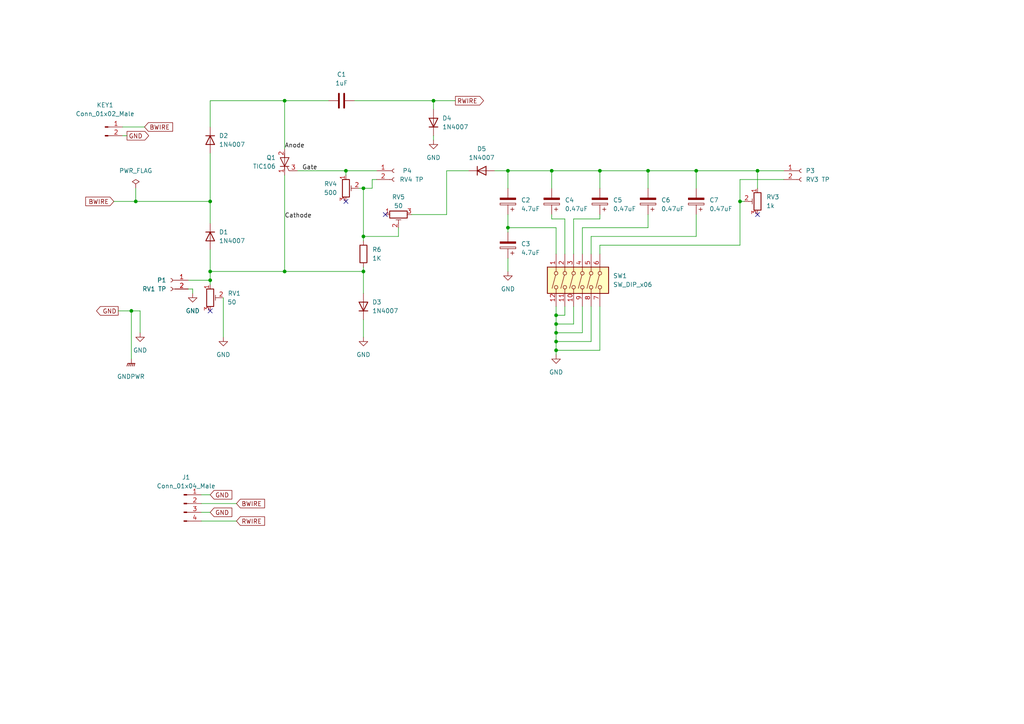
<source format=kicad_sch>
(kicad_sch (version 20230121) (generator eeschema)

  (uuid e63e39d7-6ac0-4ffd-8aa3-1841a4541b55)

  (paper "A4")

  (title_block
    (title "Mk2.2 SMD CDI")
    (date "2023-11-08")
    (rev "2.2")
    (company "MBI Ignitions")
  )

  (lib_symbols
    (symbol "Connector:Conn_01x02_Female" (pin_names (offset 1.016) hide) (in_bom yes) (on_board yes)
      (property "Reference" "J" (at 0 2.54 0)
        (effects (font (size 1.27 1.27)))
      )
      (property "Value" "Conn_01x02_Female" (at 0 -5.08 0)
        (effects (font (size 1.27 1.27)))
      )
      (property "Footprint" "" (at 0 0 0)
        (effects (font (size 1.27 1.27)) hide)
      )
      (property "Datasheet" "~" (at 0 0 0)
        (effects (font (size 1.27 1.27)) hide)
      )
      (property "ki_keywords" "connector" (at 0 0 0)
        (effects (font (size 1.27 1.27)) hide)
      )
      (property "ki_description" "Generic connector, single row, 01x02, script generated (kicad-library-utils/schlib/autogen/connector/)" (at 0 0 0)
        (effects (font (size 1.27 1.27)) hide)
      )
      (property "ki_fp_filters" "Connector*:*_1x??_*" (at 0 0 0)
        (effects (font (size 1.27 1.27)) hide)
      )
      (symbol "Conn_01x02_Female_1_1"
        (arc (start 0 -2.032) (mid -0.5058 -2.54) (end 0 -3.048)
          (stroke (width 0.1524) (type default))
          (fill (type none))
        )
        (polyline
          (pts
            (xy -1.27 -2.54)
            (xy -0.508 -2.54)
          )
          (stroke (width 0.1524) (type default))
          (fill (type none))
        )
        (polyline
          (pts
            (xy -1.27 0)
            (xy -0.508 0)
          )
          (stroke (width 0.1524) (type default))
          (fill (type none))
        )
        (arc (start 0 0.508) (mid -0.5058 0) (end 0 -0.508)
          (stroke (width 0.1524) (type default))
          (fill (type none))
        )
        (pin passive line (at -5.08 0 0) (length 3.81)
          (name "Pin_1" (effects (font (size 1.27 1.27))))
          (number "1" (effects (font (size 1.27 1.27))))
        )
        (pin passive line (at -5.08 -2.54 0) (length 3.81)
          (name "Pin_2" (effects (font (size 1.27 1.27))))
          (number "2" (effects (font (size 1.27 1.27))))
        )
      )
    )
    (symbol "Connector:Conn_01x02_Male" (pin_names (offset 1.016) hide) (in_bom yes) (on_board yes)
      (property "Reference" "J" (at 0 2.54 0)
        (effects (font (size 1.27 1.27)))
      )
      (property "Value" "Conn_01x02_Male" (at 0 -5.08 0)
        (effects (font (size 1.27 1.27)))
      )
      (property "Footprint" "" (at 0 0 0)
        (effects (font (size 1.27 1.27)) hide)
      )
      (property "Datasheet" "~" (at 0 0 0)
        (effects (font (size 1.27 1.27)) hide)
      )
      (property "ki_keywords" "connector" (at 0 0 0)
        (effects (font (size 1.27 1.27)) hide)
      )
      (property "ki_description" "Generic connector, single row, 01x02, script generated (kicad-library-utils/schlib/autogen/connector/)" (at 0 0 0)
        (effects (font (size 1.27 1.27)) hide)
      )
      (property "ki_fp_filters" "Connector*:*_1x??_*" (at 0 0 0)
        (effects (font (size 1.27 1.27)) hide)
      )
      (symbol "Conn_01x02_Male_1_1"
        (polyline
          (pts
            (xy 1.27 -2.54)
            (xy 0.8636 -2.54)
          )
          (stroke (width 0.1524) (type default))
          (fill (type none))
        )
        (polyline
          (pts
            (xy 1.27 0)
            (xy 0.8636 0)
          )
          (stroke (width 0.1524) (type default))
          (fill (type none))
        )
        (rectangle (start 0.8636 -2.413) (end 0 -2.667)
          (stroke (width 0.1524) (type default))
          (fill (type outline))
        )
        (rectangle (start 0.8636 0.127) (end 0 -0.127)
          (stroke (width 0.1524) (type default))
          (fill (type outline))
        )
        (pin passive line (at 5.08 0 180) (length 3.81)
          (name "Pin_1" (effects (font (size 1.27 1.27))))
          (number "1" (effects (font (size 1.27 1.27))))
        )
        (pin passive line (at 5.08 -2.54 180) (length 3.81)
          (name "Pin_2" (effects (font (size 1.27 1.27))))
          (number "2" (effects (font (size 1.27 1.27))))
        )
      )
    )
    (symbol "Connector:Conn_01x04_Male" (pin_names (offset 1.016) hide) (in_bom yes) (on_board yes)
      (property "Reference" "J" (at 0 5.08 0)
        (effects (font (size 1.27 1.27)))
      )
      (property "Value" "Conn_01x04_Male" (at 0 -7.62 0)
        (effects (font (size 1.27 1.27)))
      )
      (property "Footprint" "" (at 0 0 0)
        (effects (font (size 1.27 1.27)) hide)
      )
      (property "Datasheet" "~" (at 0 0 0)
        (effects (font (size 1.27 1.27)) hide)
      )
      (property "ki_keywords" "connector" (at 0 0 0)
        (effects (font (size 1.27 1.27)) hide)
      )
      (property "ki_description" "Generic connector, single row, 01x04, script generated (kicad-library-utils/schlib/autogen/connector/)" (at 0 0 0)
        (effects (font (size 1.27 1.27)) hide)
      )
      (property "ki_fp_filters" "Connector*:*_1x??_*" (at 0 0 0)
        (effects (font (size 1.27 1.27)) hide)
      )
      (symbol "Conn_01x04_Male_1_1"
        (polyline
          (pts
            (xy 1.27 -5.08)
            (xy 0.8636 -5.08)
          )
          (stroke (width 0.1524) (type default))
          (fill (type none))
        )
        (polyline
          (pts
            (xy 1.27 -2.54)
            (xy 0.8636 -2.54)
          )
          (stroke (width 0.1524) (type default))
          (fill (type none))
        )
        (polyline
          (pts
            (xy 1.27 0)
            (xy 0.8636 0)
          )
          (stroke (width 0.1524) (type default))
          (fill (type none))
        )
        (polyline
          (pts
            (xy 1.27 2.54)
            (xy 0.8636 2.54)
          )
          (stroke (width 0.1524) (type default))
          (fill (type none))
        )
        (rectangle (start 0.8636 -4.953) (end 0 -5.207)
          (stroke (width 0.1524) (type default))
          (fill (type outline))
        )
        (rectangle (start 0.8636 -2.413) (end 0 -2.667)
          (stroke (width 0.1524) (type default))
          (fill (type outline))
        )
        (rectangle (start 0.8636 0.127) (end 0 -0.127)
          (stroke (width 0.1524) (type default))
          (fill (type outline))
        )
        (rectangle (start 0.8636 2.667) (end 0 2.413)
          (stroke (width 0.1524) (type default))
          (fill (type outline))
        )
        (pin passive line (at 5.08 2.54 180) (length 3.81)
          (name "Pin_1" (effects (font (size 1.27 1.27))))
          (number "1" (effects (font (size 1.27 1.27))))
        )
        (pin passive line (at 5.08 0 180) (length 3.81)
          (name "Pin_2" (effects (font (size 1.27 1.27))))
          (number "2" (effects (font (size 1.27 1.27))))
        )
        (pin passive line (at 5.08 -2.54 180) (length 3.81)
          (name "Pin_3" (effects (font (size 1.27 1.27))))
          (number "3" (effects (font (size 1.27 1.27))))
        )
        (pin passive line (at 5.08 -5.08 180) (length 3.81)
          (name "Pin_4" (effects (font (size 1.27 1.27))))
          (number "4" (effects (font (size 1.27 1.27))))
        )
      )
    )
    (symbol "Device:C" (pin_numbers hide) (pin_names (offset 0.254)) (in_bom yes) (on_board yes)
      (property "Reference" "C" (at 0.635 2.54 0)
        (effects (font (size 1.27 1.27)) (justify left))
      )
      (property "Value" "C" (at 0.635 -2.54 0)
        (effects (font (size 1.27 1.27)) (justify left))
      )
      (property "Footprint" "" (at 0.9652 -3.81 0)
        (effects (font (size 1.27 1.27)) hide)
      )
      (property "Datasheet" "~" (at 0 0 0)
        (effects (font (size 1.27 1.27)) hide)
      )
      (property "ki_keywords" "cap capacitor" (at 0 0 0)
        (effects (font (size 1.27 1.27)) hide)
      )
      (property "ki_description" "Unpolarized capacitor" (at 0 0 0)
        (effects (font (size 1.27 1.27)) hide)
      )
      (property "ki_fp_filters" "C_*" (at 0 0 0)
        (effects (font (size 1.27 1.27)) hide)
      )
      (symbol "C_0_1"
        (polyline
          (pts
            (xy -2.032 -0.762)
            (xy 2.032 -0.762)
          )
          (stroke (width 0.508) (type default))
          (fill (type none))
        )
        (polyline
          (pts
            (xy -2.032 0.762)
            (xy 2.032 0.762)
          )
          (stroke (width 0.508) (type default))
          (fill (type none))
        )
      )
      (symbol "C_1_1"
        (pin passive line (at 0 3.81 270) (length 2.794)
          (name "~" (effects (font (size 1.27 1.27))))
          (number "1" (effects (font (size 1.27 1.27))))
        )
        (pin passive line (at 0 -3.81 90) (length 2.794)
          (name "~" (effects (font (size 1.27 1.27))))
          (number "2" (effects (font (size 1.27 1.27))))
        )
      )
    )
    (symbol "Device:C_Polarized" (pin_numbers hide) (pin_names (offset 0.254)) (in_bom yes) (on_board yes)
      (property "Reference" "C" (at 0.635 2.54 0)
        (effects (font (size 1.27 1.27)) (justify left))
      )
      (property "Value" "C_Polarized" (at 0.635 -2.54 0)
        (effects (font (size 1.27 1.27)) (justify left))
      )
      (property "Footprint" "" (at 0.9652 -3.81 0)
        (effects (font (size 1.27 1.27)) hide)
      )
      (property "Datasheet" "~" (at 0 0 0)
        (effects (font (size 1.27 1.27)) hide)
      )
      (property "ki_keywords" "cap capacitor" (at 0 0 0)
        (effects (font (size 1.27 1.27)) hide)
      )
      (property "ki_description" "Polarized capacitor" (at 0 0 0)
        (effects (font (size 1.27 1.27)) hide)
      )
      (property "ki_fp_filters" "CP_*" (at 0 0 0)
        (effects (font (size 1.27 1.27)) hide)
      )
      (symbol "C_Polarized_0_1"
        (rectangle (start -2.286 0.508) (end 2.286 1.016)
          (stroke (width 0) (type default))
          (fill (type none))
        )
        (polyline
          (pts
            (xy -1.778 2.286)
            (xy -0.762 2.286)
          )
          (stroke (width 0) (type default))
          (fill (type none))
        )
        (polyline
          (pts
            (xy -1.27 2.794)
            (xy -1.27 1.778)
          )
          (stroke (width 0) (type default))
          (fill (type none))
        )
        (rectangle (start 2.286 -0.508) (end -2.286 -1.016)
          (stroke (width 0) (type default))
          (fill (type outline))
        )
      )
      (symbol "C_Polarized_1_1"
        (pin passive line (at 0 3.81 270) (length 2.794)
          (name "~" (effects (font (size 1.27 1.27))))
          (number "1" (effects (font (size 1.27 1.27))))
        )
        (pin passive line (at 0 -3.81 90) (length 2.794)
          (name "~" (effects (font (size 1.27 1.27))))
          (number "2" (effects (font (size 1.27 1.27))))
        )
      )
    )
    (symbol "Device:R" (pin_numbers hide) (pin_names (offset 0)) (in_bom yes) (on_board yes)
      (property "Reference" "R" (at 2.032 0 90)
        (effects (font (size 1.27 1.27)))
      )
      (property "Value" "R" (at 0 0 90)
        (effects (font (size 1.27 1.27)))
      )
      (property "Footprint" "" (at -1.778 0 90)
        (effects (font (size 1.27 1.27)) hide)
      )
      (property "Datasheet" "~" (at 0 0 0)
        (effects (font (size 1.27 1.27)) hide)
      )
      (property "ki_keywords" "R res resistor" (at 0 0 0)
        (effects (font (size 1.27 1.27)) hide)
      )
      (property "ki_description" "Resistor" (at 0 0 0)
        (effects (font (size 1.27 1.27)) hide)
      )
      (property "ki_fp_filters" "R_*" (at 0 0 0)
        (effects (font (size 1.27 1.27)) hide)
      )
      (symbol "R_0_1"
        (rectangle (start -1.016 -2.54) (end 1.016 2.54)
          (stroke (width 0.254) (type default))
          (fill (type none))
        )
      )
      (symbol "R_1_1"
        (pin passive line (at 0 3.81 270) (length 1.27)
          (name "~" (effects (font (size 1.27 1.27))))
          (number "1" (effects (font (size 1.27 1.27))))
        )
        (pin passive line (at 0 -3.81 90) (length 1.27)
          (name "~" (effects (font (size 1.27 1.27))))
          (number "2" (effects (font (size 1.27 1.27))))
        )
      )
    )
    (symbol "Device:R_Potentiometer_Trim" (pin_names (offset 1.016) hide) (in_bom yes) (on_board yes)
      (property "Reference" "RV" (at -4.445 0 90)
        (effects (font (size 1.27 1.27)))
      )
      (property "Value" "R_Potentiometer_Trim" (at -2.54 0 90)
        (effects (font (size 1.27 1.27)))
      )
      (property "Footprint" "" (at 0 0 0)
        (effects (font (size 1.27 1.27)) hide)
      )
      (property "Datasheet" "~" (at 0 0 0)
        (effects (font (size 1.27 1.27)) hide)
      )
      (property "ki_keywords" "resistor variable trimpot trimmer" (at 0 0 0)
        (effects (font (size 1.27 1.27)) hide)
      )
      (property "ki_description" "Trim-potentiometer" (at 0 0 0)
        (effects (font (size 1.27 1.27)) hide)
      )
      (property "ki_fp_filters" "Potentiometer*" (at 0 0 0)
        (effects (font (size 1.27 1.27)) hide)
      )
      (symbol "R_Potentiometer_Trim_0_1"
        (polyline
          (pts
            (xy 1.524 0.762)
            (xy 1.524 -0.762)
          )
          (stroke (width 0) (type default))
          (fill (type none))
        )
        (polyline
          (pts
            (xy 2.54 0)
            (xy 1.524 0)
          )
          (stroke (width 0) (type default))
          (fill (type none))
        )
        (rectangle (start 1.016 2.54) (end -1.016 -2.54)
          (stroke (width 0.254) (type default))
          (fill (type none))
        )
      )
      (symbol "R_Potentiometer_Trim_1_1"
        (pin passive line (at 0 3.81 270) (length 1.27)
          (name "1" (effects (font (size 1.27 1.27))))
          (number "1" (effects (font (size 1.27 1.27))))
        )
        (pin passive line (at 3.81 0 180) (length 1.27)
          (name "2" (effects (font (size 1.27 1.27))))
          (number "2" (effects (font (size 1.27 1.27))))
        )
        (pin passive line (at 0 -3.81 90) (length 1.27)
          (name "3" (effects (font (size 1.27 1.27))))
          (number "3" (effects (font (size 1.27 1.27))))
        )
      )
    )
    (symbol "Diode:1N4007" (pin_numbers hide) (pin_names (offset 1.016) hide) (in_bom yes) (on_board yes)
      (property "Reference" "D" (at 0 2.54 0)
        (effects (font (size 1.27 1.27)))
      )
      (property "Value" "1N4007" (at 0 -2.54 0)
        (effects (font (size 1.27 1.27)))
      )
      (property "Footprint" "Diode_THT:D_DO-41_SOD81_P10.16mm_Horizontal" (at 0 -4.445 0)
        (effects (font (size 1.27 1.27)) hide)
      )
      (property "Datasheet" "http://www.vishay.com/docs/88503/1n4001.pdf" (at 0 0 0)
        (effects (font (size 1.27 1.27)) hide)
      )
      (property "ki_keywords" "diode" (at 0 0 0)
        (effects (font (size 1.27 1.27)) hide)
      )
      (property "ki_description" "1000V 1A General Purpose Rectifier Diode, DO-41" (at 0 0 0)
        (effects (font (size 1.27 1.27)) hide)
      )
      (property "ki_fp_filters" "D*DO?41*" (at 0 0 0)
        (effects (font (size 1.27 1.27)) hide)
      )
      (symbol "1N4007_0_1"
        (polyline
          (pts
            (xy -1.27 1.27)
            (xy -1.27 -1.27)
          )
          (stroke (width 0.254) (type default))
          (fill (type none))
        )
        (polyline
          (pts
            (xy 1.27 0)
            (xy -1.27 0)
          )
          (stroke (width 0) (type default))
          (fill (type none))
        )
        (polyline
          (pts
            (xy 1.27 1.27)
            (xy 1.27 -1.27)
            (xy -1.27 0)
            (xy 1.27 1.27)
          )
          (stroke (width 0.254) (type default))
          (fill (type none))
        )
      )
      (symbol "1N4007_1_1"
        (pin passive line (at -3.81 0 0) (length 2.54)
          (name "K" (effects (font (size 1.27 1.27))))
          (number "1" (effects (font (size 1.27 1.27))))
        )
        (pin passive line (at 3.81 0 180) (length 2.54)
          (name "A" (effects (font (size 1.27 1.27))))
          (number "2" (effects (font (size 1.27 1.27))))
        )
      )
    )
    (symbol "Switch:SW_DIP_x06" (pin_names (offset 0) hide) (in_bom yes) (on_board yes)
      (property "Reference" "SW" (at 0 11.43 0)
        (effects (font (size 1.27 1.27)))
      )
      (property "Value" "SW_DIP_x06" (at 0 -8.89 0)
        (effects (font (size 1.27 1.27)))
      )
      (property "Footprint" "" (at 0 0 0)
        (effects (font (size 1.27 1.27)) hide)
      )
      (property "Datasheet" "~" (at 0 0 0)
        (effects (font (size 1.27 1.27)) hide)
      )
      (property "ki_keywords" "dip switch" (at 0 0 0)
        (effects (font (size 1.27 1.27)) hide)
      )
      (property "ki_description" "6x DIP Switch, Single Pole Single Throw (SPST) switch, small symbol" (at 0 0 0)
        (effects (font (size 1.27 1.27)) hide)
      )
      (property "ki_fp_filters" "SW?DIP?x6*" (at 0 0 0)
        (effects (font (size 1.27 1.27)) hide)
      )
      (symbol "SW_DIP_x06_0_0"
        (circle (center -2.032 -5.08) (radius 0.508)
          (stroke (width 0) (type default))
          (fill (type none))
        )
        (circle (center -2.032 -2.54) (radius 0.508)
          (stroke (width 0) (type default))
          (fill (type none))
        )
        (circle (center -2.032 0) (radius 0.508)
          (stroke (width 0) (type default))
          (fill (type none))
        )
        (circle (center -2.032 2.54) (radius 0.508)
          (stroke (width 0) (type default))
          (fill (type none))
        )
        (circle (center -2.032 5.08) (radius 0.508)
          (stroke (width 0) (type default))
          (fill (type none))
        )
        (circle (center -2.032 7.62) (radius 0.508)
          (stroke (width 0) (type default))
          (fill (type none))
        )
        (polyline
          (pts
            (xy -1.524 -4.9276)
            (xy 2.3622 -3.8862)
          )
          (stroke (width 0) (type default))
          (fill (type none))
        )
        (polyline
          (pts
            (xy -1.524 -2.3876)
            (xy 2.3622 -1.3462)
          )
          (stroke (width 0) (type default))
          (fill (type none))
        )
        (polyline
          (pts
            (xy -1.524 0.127)
            (xy 2.3622 1.1684)
          )
          (stroke (width 0) (type default))
          (fill (type none))
        )
        (polyline
          (pts
            (xy -1.524 2.667)
            (xy 2.3622 3.7084)
          )
          (stroke (width 0) (type default))
          (fill (type none))
        )
        (polyline
          (pts
            (xy -1.524 5.207)
            (xy 2.3622 6.2484)
          )
          (stroke (width 0) (type default))
          (fill (type none))
        )
        (polyline
          (pts
            (xy -1.524 7.747)
            (xy 2.3622 8.7884)
          )
          (stroke (width 0) (type default))
          (fill (type none))
        )
        (circle (center 2.032 -5.08) (radius 0.508)
          (stroke (width 0) (type default))
          (fill (type none))
        )
        (circle (center 2.032 -2.54) (radius 0.508)
          (stroke (width 0) (type default))
          (fill (type none))
        )
        (circle (center 2.032 0) (radius 0.508)
          (stroke (width 0) (type default))
          (fill (type none))
        )
        (circle (center 2.032 2.54) (radius 0.508)
          (stroke (width 0) (type default))
          (fill (type none))
        )
        (circle (center 2.032 5.08) (radius 0.508)
          (stroke (width 0) (type default))
          (fill (type none))
        )
        (circle (center 2.032 7.62) (radius 0.508)
          (stroke (width 0) (type default))
          (fill (type none))
        )
      )
      (symbol "SW_DIP_x06_0_1"
        (rectangle (start -3.81 10.16) (end 3.81 -7.62)
          (stroke (width 0.254) (type default))
          (fill (type background))
        )
      )
      (symbol "SW_DIP_x06_1_1"
        (pin passive line (at -7.62 7.62 0) (length 5.08)
          (name "~" (effects (font (size 1.27 1.27))))
          (number "1" (effects (font (size 1.27 1.27))))
        )
        (pin passive line (at 7.62 2.54 180) (length 5.08)
          (name "~" (effects (font (size 1.27 1.27))))
          (number "10" (effects (font (size 1.27 1.27))))
        )
        (pin passive line (at 7.62 5.08 180) (length 5.08)
          (name "~" (effects (font (size 1.27 1.27))))
          (number "11" (effects (font (size 1.27 1.27))))
        )
        (pin passive line (at 7.62 7.62 180) (length 5.08)
          (name "~" (effects (font (size 1.27 1.27))))
          (number "12" (effects (font (size 1.27 1.27))))
        )
        (pin passive line (at -7.62 5.08 0) (length 5.08)
          (name "~" (effects (font (size 1.27 1.27))))
          (number "2" (effects (font (size 1.27 1.27))))
        )
        (pin passive line (at -7.62 2.54 0) (length 5.08)
          (name "~" (effects (font (size 1.27 1.27))))
          (number "3" (effects (font (size 1.27 1.27))))
        )
        (pin passive line (at -7.62 0 0) (length 5.08)
          (name "~" (effects (font (size 1.27 1.27))))
          (number "4" (effects (font (size 1.27 1.27))))
        )
        (pin passive line (at -7.62 -2.54 0) (length 5.08)
          (name "~" (effects (font (size 1.27 1.27))))
          (number "5" (effects (font (size 1.27 1.27))))
        )
        (pin passive line (at -7.62 -5.08 0) (length 5.08)
          (name "~" (effects (font (size 1.27 1.27))))
          (number "6" (effects (font (size 1.27 1.27))))
        )
        (pin passive line (at 7.62 -5.08 180) (length 5.08)
          (name "~" (effects (font (size 1.27 1.27))))
          (number "7" (effects (font (size 1.27 1.27))))
        )
        (pin passive line (at 7.62 -2.54 180) (length 5.08)
          (name "~" (effects (font (size 1.27 1.27))))
          (number "8" (effects (font (size 1.27 1.27))))
        )
        (pin passive line (at 7.62 0 180) (length 5.08)
          (name "~" (effects (font (size 1.27 1.27))))
          (number "9" (effects (font (size 1.27 1.27))))
        )
      )
    )
    (symbol "Triac_Thyristor:TIC106" (pin_names (offset 0) hide) (in_bom yes) (on_board yes)
      (property "Reference" "Q" (at 2.54 1.905 0)
        (effects (font (size 1.27 1.27)) (justify left))
      )
      (property "Value" "TIC106" (at 2.54 0 0)
        (effects (font (size 1.27 1.27)) (justify left))
      )
      (property "Footprint" "Package_TO_SOT_THT:TO-220-3_Vertical" (at 2.54 -1.905 0)
        (effects (font (size 1.27 1.27) italic) (justify left) hide)
      )
      (property "Datasheet" "http://pdf.datasheetcatalog.com/datasheet/PowerInnovations/mXyzrtvs.pdf" (at 0 0 0)
        (effects (font (size 1.27 1.27)) (justify left) hide)
      )
      (property "ki_keywords" "thyristor" (at 0 0 0)
        (effects (font (size 1.27 1.27)) hide)
      )
      (property "ki_description" "5A Ion, 400-800V Voff, Silicon Controlled Rectifier (Thyristor), TO-220" (at 0 0 0)
        (effects (font (size 1.27 1.27)) hide)
      )
      (property "ki_fp_filters" "TO?220*" (at 0 0 0)
        (effects (font (size 1.27 1.27)) hide)
      )
      (symbol "TIC106_0_1"
        (polyline
          (pts
            (xy -1.27 -2.54)
            (xy -0.635 -1.27)
          )
          (stroke (width 0) (type default))
          (fill (type none))
        )
        (polyline
          (pts
            (xy -1.27 -1.27)
            (xy 1.27 -1.27)
          )
          (stroke (width 0.2032) (type default))
          (fill (type none))
        )
        (polyline
          (pts
            (xy 0 -2.54)
            (xy 0 2.54)
          )
          (stroke (width 0) (type default))
          (fill (type none))
        )
        (polyline
          (pts
            (xy -1.27 1.27)
            (xy 1.27 1.27)
            (xy 0 -1.27)
            (xy -1.27 1.27)
          )
          (stroke (width 0.2032) (type default))
          (fill (type none))
        )
      )
      (symbol "TIC106_1_1"
        (pin passive line (at 0 -3.81 90) (length 2.54)
          (name "K" (effects (font (size 1.27 1.27))))
          (number "1" (effects (font (size 1.27 1.27))))
        )
        (pin passive line (at 0 3.81 270) (length 2.54)
          (name "A" (effects (font (size 1.27 1.27))))
          (number "2" (effects (font (size 1.27 1.27))))
        )
        (pin input line (at -3.81 -2.54 0) (length 2.54)
          (name "G" (effects (font (size 1.27 1.27))))
          (number "3" (effects (font (size 1.27 1.27))))
        )
      )
    )
    (symbol "power:GND" (power) (pin_names (offset 0)) (in_bom yes) (on_board yes)
      (property "Reference" "#PWR" (at 0 -6.35 0)
        (effects (font (size 1.27 1.27)) hide)
      )
      (property "Value" "GND" (at 0 -3.81 0)
        (effects (font (size 1.27 1.27)))
      )
      (property "Footprint" "" (at 0 0 0)
        (effects (font (size 1.27 1.27)) hide)
      )
      (property "Datasheet" "" (at 0 0 0)
        (effects (font (size 1.27 1.27)) hide)
      )
      (property "ki_keywords" "power-flag" (at 0 0 0)
        (effects (font (size 1.27 1.27)) hide)
      )
      (property "ki_description" "Power symbol creates a global label with name \"GND\" , ground" (at 0 0 0)
        (effects (font (size 1.27 1.27)) hide)
      )
      (symbol "GND_0_1"
        (polyline
          (pts
            (xy 0 0)
            (xy 0 -1.27)
            (xy 1.27 -1.27)
            (xy 0 -2.54)
            (xy -1.27 -1.27)
            (xy 0 -1.27)
          )
          (stroke (width 0) (type default))
          (fill (type none))
        )
      )
      (symbol "GND_1_1"
        (pin power_in line (at 0 0 270) (length 0) hide
          (name "GND" (effects (font (size 1.27 1.27))))
          (number "1" (effects (font (size 1.27 1.27))))
        )
      )
    )
    (symbol "power:GNDPWR" (power) (pin_names (offset 0)) (in_bom yes) (on_board yes)
      (property "Reference" "#PWR" (at 0 -5.08 0)
        (effects (font (size 1.27 1.27)) hide)
      )
      (property "Value" "GNDPWR" (at 0 -3.302 0)
        (effects (font (size 1.27 1.27)))
      )
      (property "Footprint" "" (at 0 -1.27 0)
        (effects (font (size 1.27 1.27)) hide)
      )
      (property "Datasheet" "" (at 0 -1.27 0)
        (effects (font (size 1.27 1.27)) hide)
      )
      (property "ki_keywords" "power-flag" (at 0 0 0)
        (effects (font (size 1.27 1.27)) hide)
      )
      (property "ki_description" "Power symbol creates a global label with name \"GNDPWR\" , power ground" (at 0 0 0)
        (effects (font (size 1.27 1.27)) hide)
      )
      (symbol "GNDPWR_0_1"
        (polyline
          (pts
            (xy 0 -1.27)
            (xy 0 0)
          )
          (stroke (width 0) (type default))
          (fill (type none))
        )
        (polyline
          (pts
            (xy -1.016 -1.27)
            (xy -1.27 -2.032)
            (xy -1.27 -2.032)
          )
          (stroke (width 0.2032) (type default))
          (fill (type none))
        )
        (polyline
          (pts
            (xy -0.508 -1.27)
            (xy -0.762 -2.032)
            (xy -0.762 -2.032)
          )
          (stroke (width 0.2032) (type default))
          (fill (type none))
        )
        (polyline
          (pts
            (xy 0 -1.27)
            (xy -0.254 -2.032)
            (xy -0.254 -2.032)
          )
          (stroke (width 0.2032) (type default))
          (fill (type none))
        )
        (polyline
          (pts
            (xy 0.508 -1.27)
            (xy 0.254 -2.032)
            (xy 0.254 -2.032)
          )
          (stroke (width 0.2032) (type default))
          (fill (type none))
        )
        (polyline
          (pts
            (xy 1.016 -1.27)
            (xy -1.016 -1.27)
            (xy -1.016 -1.27)
          )
          (stroke (width 0.2032) (type default))
          (fill (type none))
        )
        (polyline
          (pts
            (xy 1.016 -1.27)
            (xy 0.762 -2.032)
            (xy 0.762 -2.032)
            (xy 0.762 -2.032)
          )
          (stroke (width 0.2032) (type default))
          (fill (type none))
        )
      )
      (symbol "GNDPWR_1_1"
        (pin power_in line (at 0 0 270) (length 0) hide
          (name "GNDPWR" (effects (font (size 1.27 1.27))))
          (number "1" (effects (font (size 1.27 1.27))))
        )
      )
    )
    (symbol "power:PWR_FLAG" (power) (pin_numbers hide) (pin_names (offset 0) hide) (in_bom yes) (on_board yes)
      (property "Reference" "#FLG" (at 0 1.905 0)
        (effects (font (size 1.27 1.27)) hide)
      )
      (property "Value" "PWR_FLAG" (at 0 3.81 0)
        (effects (font (size 1.27 1.27)))
      )
      (property "Footprint" "" (at 0 0 0)
        (effects (font (size 1.27 1.27)) hide)
      )
      (property "Datasheet" "~" (at 0 0 0)
        (effects (font (size 1.27 1.27)) hide)
      )
      (property "ki_keywords" "power-flag" (at 0 0 0)
        (effects (font (size 1.27 1.27)) hide)
      )
      (property "ki_description" "Special symbol for telling ERC where power comes from" (at 0 0 0)
        (effects (font (size 1.27 1.27)) hide)
      )
      (symbol "PWR_FLAG_0_0"
        (pin power_out line (at 0 0 90) (length 0)
          (name "pwr" (effects (font (size 1.27 1.27))))
          (number "1" (effects (font (size 1.27 1.27))))
        )
      )
      (symbol "PWR_FLAG_0_1"
        (polyline
          (pts
            (xy 0 0)
            (xy 0 1.27)
            (xy -1.016 1.905)
            (xy 0 2.54)
            (xy 1.016 1.905)
            (xy 0 1.27)
          )
          (stroke (width 0) (type default))
          (fill (type none))
        )
      )
    )
  )

  (junction (at 82.55 29.21) (diameter 0) (color 0 0 0 0)
    (uuid 415cf57a-0d44-4d16-af36-472bcc01eccb)
  )
  (junction (at 105.41 54.61) (diameter 0) (color 0 0 0 0)
    (uuid 63460245-3bfb-4e65-89bc-827850e43ff8)
  )
  (junction (at 161.29 96.52) (diameter 0) (color 0 0 0 0)
    (uuid 6392335c-2fce-48f6-bec4-0733c818c903)
  )
  (junction (at 161.29 99.06) (diameter 0) (color 0 0 0 0)
    (uuid 6bb95b91-e89a-4893-b511-3435ae0bd95d)
  )
  (junction (at 82.55 78.74) (diameter 0) (color 0 0 0 0)
    (uuid 6bcae9cc-bd52-4f97-82ef-304a9a747f94)
  )
  (junction (at 105.41 68.58) (diameter 0) (color 0 0 0 0)
    (uuid 6d61d80c-71c6-493f-bb8e-38c2370d023f)
  )
  (junction (at 160.02 49.53) (diameter 0) (color 0 0 0 0)
    (uuid 750b3630-2152-4397-a5db-ae45e9d4be28)
  )
  (junction (at 105.41 78.74) (diameter 0) (color 0 0 0 0)
    (uuid 826afff6-2c6b-434d-a608-4925d2d97979)
  )
  (junction (at 161.29 101.6) (diameter 0) (color 0 0 0 0)
    (uuid 8adcfe69-3b52-4a5b-adba-8890cd176347)
  )
  (junction (at 161.29 91.44) (diameter 0) (color 0 0 0 0)
    (uuid 8eff4dbf-09a5-4b73-b2f8-166e76ff3211)
  )
  (junction (at 60.96 58.42) (diameter 0) (color 0 0 0 0)
    (uuid 981f8569-562f-41cc-a1e4-d41b71ea4fa6)
  )
  (junction (at 38.1 90.17) (diameter 0) (color 0 0 0 0)
    (uuid a1f44efb-de91-4a03-9244-27eb25c34466)
  )
  (junction (at 60.96 78.74) (diameter 0) (color 0 0 0 0)
    (uuid a456bd40-b2fd-424c-b931-b7b320bd8eee)
  )
  (junction (at 161.29 93.98) (diameter 0) (color 0 0 0 0)
    (uuid a4869473-f2ce-4134-a368-e6578076bfd0)
  )
  (junction (at 125.73 29.21) (diameter 0) (color 0 0 0 0)
    (uuid a9417b0b-5db1-48be-89e6-25e8a34674a0)
  )
  (junction (at 219.71 49.53) (diameter 0) (color 0 0 0 0)
    (uuid b0ab81c8-217c-4ba1-a832-5af61bca3183)
  )
  (junction (at 100.33 49.53) (diameter 0) (color 0 0 0 0)
    (uuid b6740278-e158-48be-8b7f-c9bd6d5daedb)
  )
  (junction (at 39.37 58.42) (diameter 0) (color 0 0 0 0)
    (uuid b6d29a61-a196-4a02-8807-60bd5497f3b5)
  )
  (junction (at 187.96 49.53) (diameter 0) (color 0 0 0 0)
    (uuid ca1bf22a-2a7b-4b9c-a166-a8ef98cd38ab)
  )
  (junction (at 147.32 49.53) (diameter 0) (color 0 0 0 0)
    (uuid cccf2fcf-8f95-4248-b2ce-c6d711d28cea)
  )
  (junction (at 173.99 49.53) (diameter 0) (color 0 0 0 0)
    (uuid d805b37e-1dce-45d0-9bf7-06a21ab8483e)
  )
  (junction (at 60.96 81.28) (diameter 0) (color 0 0 0 0)
    (uuid d955c5d6-589c-4bd4-b65d-2ff305cdfed5)
  )
  (junction (at 201.93 49.53) (diameter 0) (color 0 0 0 0)
    (uuid dbca1d93-eaf0-4483-a982-d72f3c0dfddc)
  )
  (junction (at 147.32 66.04) (diameter 0) (color 0 0 0 0)
    (uuid f58ddfaf-014e-43f3-b393-0a99794b146b)
  )
  (junction (at 214.63 58.42) (diameter 0) (color 0 0 0 0)
    (uuid fb56e5e4-8e60-42e3-833b-6ffb5b4fb106)
  )

  (no_connect (at 100.33 58.42) (uuid 85601542-7f47-4c0d-b9bc-572a474f739d))
  (no_connect (at 111.76 62.23) (uuid b36ffdab-7519-415c-8d52-a7404bec34db))
  (no_connect (at 60.96 90.17) (uuid f88dfef8-8d41-455d-98b9-e505b0fe42a0))
  (no_connect (at 219.71 62.23) (uuid fd3be63d-50ef-45e5-b943-84a81cb82735))

  (wire (pts (xy 147.32 67.31) (xy 147.32 66.04))
    (stroke (width 0) (type default))
    (uuid 00e32fc1-cb5a-4b42-b276-4ed162443061)
  )
  (wire (pts (xy 125.73 29.21) (xy 132.08 29.21))
    (stroke (width 0) (type default))
    (uuid 0203c3e0-ec06-4612-88f8-ef9eba9e0d34)
  )
  (wire (pts (xy 60.96 78.74) (xy 60.96 81.28))
    (stroke (width 0) (type default))
    (uuid 07832504-6aca-4496-bad5-a6609f3ce449)
  )
  (wire (pts (xy 102.87 29.21) (xy 125.73 29.21))
    (stroke (width 0) (type default))
    (uuid 08efd7c2-7f3c-4883-a91c-3ef1e05c9fd7)
  )
  (wire (pts (xy 161.29 91.44) (xy 161.29 93.98))
    (stroke (width 0) (type default))
    (uuid 132bf07e-6c83-4f74-b411-a353e3bbb9a5)
  )
  (wire (pts (xy 82.55 78.74) (xy 105.41 78.74))
    (stroke (width 0) (type default))
    (uuid 15bd1efc-8366-4a8b-845f-bbece2cfc552)
  )
  (wire (pts (xy 166.37 88.9) (xy 166.37 93.98))
    (stroke (width 0) (type default))
    (uuid 16391b49-1e9b-4141-b5a0-87bbf37bc403)
  )
  (wire (pts (xy 119.38 62.23) (xy 129.54 62.23))
    (stroke (width 0) (type default))
    (uuid 18723aaa-495d-4199-850f-cba3817c7690)
  )
  (wire (pts (xy 219.71 54.61) (xy 219.71 49.53))
    (stroke (width 0) (type default))
    (uuid 1aa67692-b35f-4aa4-afd1-6534ea156b1d)
  )
  (wire (pts (xy 109.22 52.07) (xy 107.95 52.07))
    (stroke (width 0) (type default))
    (uuid 1b4a5ffa-2e4e-45c4-b875-5709666dfabf)
  )
  (wire (pts (xy 135.89 49.53) (xy 129.54 49.53))
    (stroke (width 0) (type default))
    (uuid 1c9af29b-2d60-4d34-9ff6-a82df411eb78)
  )
  (wire (pts (xy 147.32 62.23) (xy 147.32 66.04))
    (stroke (width 0) (type default))
    (uuid 1df56099-bb3e-4e52-9496-0d15ee79d28a)
  )
  (wire (pts (xy 187.96 49.53) (xy 187.96 54.61))
    (stroke (width 0) (type default))
    (uuid 1e07c9f0-74de-4840-ba33-a15bea83a970)
  )
  (wire (pts (xy 161.29 101.6) (xy 161.29 102.87))
    (stroke (width 0) (type default))
    (uuid 1ec0534e-6760-4e13-8fbc-d9d4bf84d963)
  )
  (wire (pts (xy 82.55 78.74) (xy 60.96 78.74))
    (stroke (width 0) (type default))
    (uuid 1f095f88-a709-4dce-b0ed-23ea45ee11aa)
  )
  (wire (pts (xy 58.42 148.59) (xy 60.96 148.59))
    (stroke (width 0) (type default))
    (uuid 21a04296-e22f-4b1b-87d6-6f60c4df0881)
  )
  (wire (pts (xy 173.99 71.12) (xy 214.63 71.12))
    (stroke (width 0) (type default))
    (uuid 24ceeed3-4e03-4219-9a7d-51b0c9683557)
  )
  (wire (pts (xy 160.02 63.5) (xy 163.83 63.5))
    (stroke (width 0) (type default))
    (uuid 2b6b6c6e-4dcd-4940-a43a-b9aa067b8452)
  )
  (wire (pts (xy 161.29 96.52) (xy 161.29 99.06))
    (stroke (width 0) (type default))
    (uuid 2ca79abb-89ea-4a30-acf3-9260633cd9c9)
  )
  (wire (pts (xy 100.33 49.53) (xy 86.36 49.53))
    (stroke (width 0) (type default))
    (uuid 2dbc67ed-3fbf-4d37-bfea-56e0f6eead0c)
  )
  (wire (pts (xy 214.63 71.12) (xy 214.63 58.42))
    (stroke (width 0) (type default))
    (uuid 31427b10-c8c2-4cc7-91d3-936667f908b1)
  )
  (wire (pts (xy 187.96 62.23) (xy 187.96 66.04))
    (stroke (width 0) (type default))
    (uuid 3483af5c-13f9-4d56-b0ec-0807978e7f9c)
  )
  (wire (pts (xy 147.32 49.53) (xy 160.02 49.53))
    (stroke (width 0) (type default))
    (uuid 348e2c91-b1d9-41ac-bbdf-65fbda7d3c26)
  )
  (wire (pts (xy 64.77 86.36) (xy 64.77 97.79))
    (stroke (width 0) (type default))
    (uuid 34b98cbb-2a3d-44cf-8439-fb9c78fbdba4)
  )
  (wire (pts (xy 161.29 73.66) (xy 161.29 66.04))
    (stroke (width 0) (type default))
    (uuid 353d0d02-4bdc-486e-8ad9-7ae78820360f)
  )
  (wire (pts (xy 60.96 44.45) (xy 60.96 58.42))
    (stroke (width 0) (type default))
    (uuid 354b8a5b-138c-4f2f-8300-726321cf9060)
  )
  (wire (pts (xy 54.61 81.28) (xy 60.96 81.28))
    (stroke (width 0) (type default))
    (uuid 35baacd4-af2f-4e75-8629-2b00caf5e34f)
  )
  (wire (pts (xy 173.99 88.9) (xy 173.99 101.6))
    (stroke (width 0) (type default))
    (uuid 415a61a5-caa4-4ecb-a20f-7a9ac9d938fc)
  )
  (wire (pts (xy 201.93 68.58) (xy 201.93 62.23))
    (stroke (width 0) (type default))
    (uuid 43797ec1-5a6e-4088-905d-8002f053ec05)
  )
  (wire (pts (xy 58.42 143.51) (xy 60.96 143.51))
    (stroke (width 0) (type default))
    (uuid 46069186-d6bc-454c-b956-c290ec215b89)
  )
  (wire (pts (xy 105.41 92.71) (xy 105.41 97.79))
    (stroke (width 0) (type default))
    (uuid 470ab95f-f24f-4efe-9ffb-89cc106ab80b)
  )
  (wire (pts (xy 38.1 90.17) (xy 40.64 90.17))
    (stroke (width 0) (type default))
    (uuid 48213aad-862b-484b-846c-1bcb18935948)
  )
  (wire (pts (xy 125.73 31.75) (xy 125.73 29.21))
    (stroke (width 0) (type default))
    (uuid 4c868bf0-0062-4890-8c87-6b452ff5f898)
  )
  (wire (pts (xy 163.83 88.9) (xy 163.83 91.44))
    (stroke (width 0) (type default))
    (uuid 4fbc3561-8592-4362-8f37-f3a555cc46b5)
  )
  (wire (pts (xy 161.29 99.06) (xy 161.29 101.6))
    (stroke (width 0) (type default))
    (uuid 575e683c-c7ce-4b0a-bd20-868f537e39c4)
  )
  (wire (pts (xy 105.41 54.61) (xy 104.14 54.61))
    (stroke (width 0) (type default))
    (uuid 5a8c7299-715c-4e29-b903-b604543883d1)
  )
  (wire (pts (xy 58.42 146.05) (xy 68.58 146.05))
    (stroke (width 0) (type default))
    (uuid 5da52a5b-2436-442d-b6a4-702c7f2352ce)
  )
  (wire (pts (xy 173.99 49.53) (xy 187.96 49.53))
    (stroke (width 0) (type default))
    (uuid 608bc9a4-10d5-49cb-938b-ebfab4aa2867)
  )
  (wire (pts (xy 143.51 49.53) (xy 147.32 49.53))
    (stroke (width 0) (type default))
    (uuid 64635a7e-8b71-48f5-ab9a-492a01624a57)
  )
  (wire (pts (xy 60.96 29.21) (xy 82.55 29.21))
    (stroke (width 0) (type default))
    (uuid 693ba95c-27c2-4b5a-a27b-ea8d5f09c0cb)
  )
  (wire (pts (xy 33.02 58.42) (xy 39.37 58.42))
    (stroke (width 0) (type default))
    (uuid 69beb253-1edb-4d8c-b39a-5dd3a1ac1ed7)
  )
  (wire (pts (xy 105.41 54.61) (xy 105.41 68.58))
    (stroke (width 0) (type default))
    (uuid 6ba24643-ff51-48e9-bc07-5588618cdf81)
  )
  (wire (pts (xy 35.56 36.83) (xy 41.91 36.83))
    (stroke (width 0) (type default))
    (uuid 6bdeeb4e-2937-489d-8a56-6126b6fe8ef9)
  )
  (wire (pts (xy 60.96 36.83) (xy 60.96 29.21))
    (stroke (width 0) (type default))
    (uuid 6f3ed25c-c714-4437-bcc3-8ac943d0a8c2)
  )
  (wire (pts (xy 166.37 63.5) (xy 166.37 73.66))
    (stroke (width 0) (type default))
    (uuid 7b654d86-1439-48f6-a8a1-3c3e767dc942)
  )
  (wire (pts (xy 35.56 39.37) (xy 36.83 39.37))
    (stroke (width 0) (type default))
    (uuid 7bbd31f2-cf25-4c9d-8e20-3eb3ca8df22d)
  )
  (wire (pts (xy 171.45 88.9) (xy 171.45 99.06))
    (stroke (width 0) (type default))
    (uuid 7e16fa5f-7e74-4735-ae4f-85d0f8c8f098)
  )
  (wire (pts (xy 107.95 52.07) (xy 107.95 54.61))
    (stroke (width 0) (type default))
    (uuid 7f581745-d019-4551-9baa-38b723f9b546)
  )
  (wire (pts (xy 147.32 66.04) (xy 161.29 66.04))
    (stroke (width 0) (type default))
    (uuid 817e0657-1fd9-45a2-84e2-4a5bb7c2825c)
  )
  (wire (pts (xy 115.57 68.58) (xy 115.57 66.04))
    (stroke (width 0) (type default))
    (uuid 833db1ac-d41d-497c-a19e-74003c02cd93)
  )
  (wire (pts (xy 125.73 39.37) (xy 125.73 40.64))
    (stroke (width 0) (type default))
    (uuid 836403ba-e585-413a-afc5-c54d620ab8a3)
  )
  (wire (pts (xy 60.96 81.28) (xy 60.96 82.55))
    (stroke (width 0) (type default))
    (uuid 8b367d8a-a850-4bdd-bce8-8df2b9da83bc)
  )
  (wire (pts (xy 214.63 58.42) (xy 215.9 58.42))
    (stroke (width 0) (type default))
    (uuid 8e8899f4-09fc-4635-8284-47868b54f24d)
  )
  (wire (pts (xy 171.45 68.58) (xy 201.93 68.58))
    (stroke (width 0) (type default))
    (uuid 8f3cbcd8-1647-4e87-9f29-742dfceebefe)
  )
  (wire (pts (xy 163.83 63.5) (xy 163.83 73.66))
    (stroke (width 0) (type default))
    (uuid 908f819f-a258-48be-9e84-7c91a46b4ce6)
  )
  (wire (pts (xy 219.71 49.53) (xy 227.33 49.53))
    (stroke (width 0) (type default))
    (uuid 9271ef7d-5f36-4313-a316-68f13a087dce)
  )
  (wire (pts (xy 160.02 49.53) (xy 173.99 49.53))
    (stroke (width 0) (type default))
    (uuid 959d6568-37de-4cb8-bd5d-b22952765cc4)
  )
  (wire (pts (xy 39.37 54.61) (xy 39.37 58.42))
    (stroke (width 0) (type default))
    (uuid 9883eae0-586b-465b-9b60-85c37b8a219d)
  )
  (wire (pts (xy 115.57 68.58) (xy 105.41 68.58))
    (stroke (width 0) (type default))
    (uuid 99225250-37f0-42cd-8bc4-5825a804b3d8)
  )
  (wire (pts (xy 34.29 90.17) (xy 38.1 90.17))
    (stroke (width 0) (type default))
    (uuid 99c93431-f446-46fc-84ee-d3f6ca772eda)
  )
  (wire (pts (xy 82.55 29.21) (xy 95.25 29.21))
    (stroke (width 0) (type default))
    (uuid 9a6bd492-f3a3-4b76-b226-9602a55c3b30)
  )
  (wire (pts (xy 60.96 72.39) (xy 60.96 78.74))
    (stroke (width 0) (type default))
    (uuid 9cdd97d9-7291-4a07-b639-9cd8d6253b99)
  )
  (wire (pts (xy 161.29 91.44) (xy 163.83 91.44))
    (stroke (width 0) (type default))
    (uuid 9da3d629-7311-4078-b2b0-08077cfef611)
  )
  (wire (pts (xy 161.29 96.52) (xy 168.91 96.52))
    (stroke (width 0) (type default))
    (uuid a4238587-806f-4648-a765-0a517b270869)
  )
  (wire (pts (xy 187.96 66.04) (xy 168.91 66.04))
    (stroke (width 0) (type default))
    (uuid a93e2494-3095-40e9-a45f-7660755caac7)
  )
  (wire (pts (xy 105.41 68.58) (xy 105.41 69.85))
    (stroke (width 0) (type default))
    (uuid a9c2c583-d96c-44dc-86d0-97263bd91bb3)
  )
  (wire (pts (xy 107.95 54.61) (xy 105.41 54.61))
    (stroke (width 0) (type default))
    (uuid aaceb5b1-2247-4d1b-85b2-0b9897ec0187)
  )
  (wire (pts (xy 58.42 151.13) (xy 68.58 151.13))
    (stroke (width 0) (type default))
    (uuid aaea2239-6046-4e7c-9bc4-a2a63e03d0ff)
  )
  (wire (pts (xy 173.99 101.6) (xy 161.29 101.6))
    (stroke (width 0) (type default))
    (uuid acecd7a9-47d8-40dc-ab61-69cec6f5f44f)
  )
  (wire (pts (xy 82.55 29.21) (xy 82.55 43.18))
    (stroke (width 0) (type default))
    (uuid b2c1399b-afc9-4226-975a-d8ebf5e268a3)
  )
  (wire (pts (xy 129.54 49.53) (xy 129.54 62.23))
    (stroke (width 0) (type default))
    (uuid b41a174f-0325-42b5-9bdd-4d0c516eb0cd)
  )
  (wire (pts (xy 171.45 99.06) (xy 161.29 99.06))
    (stroke (width 0) (type default))
    (uuid b470dece-cb4c-4dbf-8b57-1d65439228ff)
  )
  (wire (pts (xy 168.91 66.04) (xy 168.91 73.66))
    (stroke (width 0) (type default))
    (uuid b8ebd2a4-c920-4feb-bf40-4c61c8ad5d36)
  )
  (wire (pts (xy 39.37 58.42) (xy 60.96 58.42))
    (stroke (width 0) (type default))
    (uuid ba3864de-dd56-4acf-8404-9a55dfd7a0a5)
  )
  (wire (pts (xy 160.02 49.53) (xy 160.02 54.61))
    (stroke (width 0) (type default))
    (uuid bb564bdf-fbb1-451e-939c-739024b0288c)
  )
  (wire (pts (xy 168.91 88.9) (xy 168.91 96.52))
    (stroke (width 0) (type default))
    (uuid bf95cadf-cc91-4fcd-9f5d-1303be95e800)
  )
  (wire (pts (xy 60.96 58.42) (xy 60.96 64.77))
    (stroke (width 0) (type default))
    (uuid c3be8d3c-ad3a-43f7-b165-990906640bda)
  )
  (wire (pts (xy 54.61 83.82) (xy 55.88 83.82))
    (stroke (width 0) (type default))
    (uuid c9232def-2056-4700-976b-c913297097e5)
  )
  (wire (pts (xy 171.45 68.58) (xy 171.45 73.66))
    (stroke (width 0) (type default))
    (uuid c95168fd-54c9-436d-8741-071f601e209b)
  )
  (wire (pts (xy 214.63 52.07) (xy 214.63 58.42))
    (stroke (width 0) (type default))
    (uuid ca8427d9-9568-4e0f-9a9b-8587a0fab569)
  )
  (wire (pts (xy 173.99 49.53) (xy 173.99 54.61))
    (stroke (width 0) (type default))
    (uuid cd852aa4-baff-4562-8d96-fd48557cd8e5)
  )
  (wire (pts (xy 105.41 78.74) (xy 105.41 85.09))
    (stroke (width 0) (type default))
    (uuid d11817dd-6104-4a73-adce-c1b3480d3b0f)
  )
  (wire (pts (xy 100.33 50.8) (xy 100.33 49.53))
    (stroke (width 0) (type default))
    (uuid d1d80b2f-7a84-407b-a61f-fd781c6a05ce)
  )
  (wire (pts (xy 55.88 83.82) (xy 55.88 85.09))
    (stroke (width 0) (type default))
    (uuid d6de6f3e-5723-4884-be7b-4461dd97be0c)
  )
  (wire (pts (xy 105.41 77.47) (xy 105.41 78.74))
    (stroke (width 0) (type default))
    (uuid da122152-bdb6-4e88-b101-3c89599af84d)
  )
  (wire (pts (xy 173.99 71.12) (xy 173.99 73.66))
    (stroke (width 0) (type default))
    (uuid da2aaf5f-ad1e-4df1-9442-a6478cf12c12)
  )
  (wire (pts (xy 161.29 93.98) (xy 161.29 96.52))
    (stroke (width 0) (type default))
    (uuid e2840846-364a-483e-9006-60cca4dc19c9)
  )
  (wire (pts (xy 187.96 49.53) (xy 201.93 49.53))
    (stroke (width 0) (type default))
    (uuid e5123611-2f69-4b69-9a8c-18a254b689af)
  )
  (wire (pts (xy 161.29 93.98) (xy 166.37 93.98))
    (stroke (width 0) (type default))
    (uuid e53b30c1-227d-4473-8467-9ca717cf03a8)
  )
  (wire (pts (xy 173.99 63.5) (xy 166.37 63.5))
    (stroke (width 0) (type default))
    (uuid e661d766-022d-438c-ba53-aaa505b1f734)
  )
  (wire (pts (xy 173.99 63.5) (xy 173.99 62.23))
    (stroke (width 0) (type default))
    (uuid e67b1ee8-ab5b-4837-bcb2-6103c0e8d8ce)
  )
  (wire (pts (xy 100.33 49.53) (xy 109.22 49.53))
    (stroke (width 0) (type default))
    (uuid e9072e71-78e2-436f-80ea-f757d022f93a)
  )
  (wire (pts (xy 160.02 63.5) (xy 160.02 62.23))
    (stroke (width 0) (type default))
    (uuid e98674cc-c778-48d0-a829-2bb4b54a76aa)
  )
  (wire (pts (xy 38.1 90.17) (xy 38.1 104.14))
    (stroke (width 0) (type default))
    (uuid ee1844de-75c6-4c86-92d1-d2416422d959)
  )
  (wire (pts (xy 201.93 49.53) (xy 219.71 49.53))
    (stroke (width 0) (type default))
    (uuid f20dd31d-25b2-4da3-a848-9a75f4ae4e0a)
  )
  (wire (pts (xy 40.64 90.17) (xy 40.64 96.52))
    (stroke (width 0) (type default))
    (uuid f4e3c329-5fff-48f4-a24e-60d0704c077f)
  )
  (wire (pts (xy 214.63 52.07) (xy 227.33 52.07))
    (stroke (width 0) (type default))
    (uuid f72f63f5-c836-496e-a236-378bc42ad02c)
  )
  (wire (pts (xy 161.29 88.9) (xy 161.29 91.44))
    (stroke (width 0) (type default))
    (uuid f85d305d-6262-45c7-8bcb-d4cfe34fd0c7)
  )
  (wire (pts (xy 147.32 49.53) (xy 147.32 54.61))
    (stroke (width 0) (type default))
    (uuid f87b1f2f-feb4-4e0c-875b-89f9c672c08a)
  )
  (wire (pts (xy 147.32 74.93) (xy 147.32 78.74))
    (stroke (width 0) (type default))
    (uuid fa264185-a0c3-478f-952c-5dc3025bd66e)
  )
  (wire (pts (xy 82.55 50.8) (xy 82.55 78.74))
    (stroke (width 0) (type default))
    (uuid fa473602-638f-4961-9145-f5eea19015cd)
  )
  (wire (pts (xy 201.93 49.53) (xy 201.93 54.61))
    (stroke (width 0) (type default))
    (uuid fd293dd3-ba99-4455-886b-7e45debf1976)
  )

  (label "Gate" (at 87.63 49.53 0) (fields_autoplaced)
    (effects (font (size 1.27 1.27)) (justify left bottom))
    (uuid 2a339e14-0a8c-4b2d-997f-c33dd7d55ad0)
  )
  (label "Anode" (at 82.55 43.18 0) (fields_autoplaced)
    (effects (font (size 1.27 1.27)) (justify left bottom))
    (uuid 3e737e1b-4278-44e2-ae07-108191d2d697)
  )
  (label "Cathode" (at 82.55 63.5 0) (fields_autoplaced)
    (effects (font (size 1.27 1.27)) (justify left bottom))
    (uuid b46f002b-42b3-4141-ad81-86fba9946cf6)
  )

  (global_label "RWIRE" (shape input) (at 68.58 151.13 0) (fields_autoplaced)
    (effects (font (size 1.27 1.27)) (justify left))
    (uuid 007e62dd-dad9-49b3-8767-9f6e4e729f6d)
    (property "Intersheetrefs" "${INTERSHEET_REFS}" (at 76.7383 151.0506 0)
      (effects (font (size 1.27 1.27)) (justify left) hide)
    )
  )
  (global_label "BWIRE" (shape input) (at 68.58 146.05 0) (fields_autoplaced)
    (effects (font (size 1.27 1.27)) (justify left))
    (uuid 25cd43ac-fc7f-43f9-b2a5-fb3464325031)
    (property "Intersheetrefs" "${INTERSHEET_REFS}" (at 76.7383 145.9706 0)
      (effects (font (size 1.27 1.27)) (justify left) hide)
    )
  )
  (global_label "GND" (shape output) (at 34.29 90.17 180) (fields_autoplaced)
    (effects (font (size 1.27 1.27)) (justify right))
    (uuid 3e2733b2-429a-48e0-a5f6-9bc75cea3fb3)
    (property "Intersheetrefs" "${INTERSHEET_REFS}" (at 28.0064 90.0906 0)
      (effects (font (size 1.27 1.27)) (justify right) hide)
    )
  )
  (global_label "GND" (shape output) (at 36.83 39.37 0) (fields_autoplaced)
    (effects (font (size 1.27 1.27)) (justify left))
    (uuid 466a53b7-7f33-452f-9595-fc8b3ee4a258)
    (property "Intersheetrefs" "${INTERSHEET_REFS}" (at 43.6063 39.37 0)
      (effects (font (size 1.27 1.27)) (justify left) hide)
    )
  )
  (global_label "RWIRE" (shape output) (at 132.08 29.21 0) (fields_autoplaced)
    (effects (font (size 1.27 1.27)) (justify left))
    (uuid 6bf4c0c7-c5f7-4e5b-8e36-5e8d487da6fc)
    (property "Intersheetrefs" "${INTERSHEET_REFS}" (at 140.2383 29.1306 0)
      (effects (font (size 1.27 1.27)) (justify left) hide)
    )
  )
  (global_label "GND" (shape input) (at 60.96 143.51 0) (fields_autoplaced)
    (effects (font (size 1.27 1.27)) (justify left))
    (uuid 91c1562d-149a-43c0-b684-e1b3ada041d3)
    (property "Intersheetrefs" "${INTERSHEET_REFS}" (at 67.2436 143.4306 0)
      (effects (font (size 1.27 1.27)) (justify left) hide)
    )
  )
  (global_label "GND" (shape input) (at 60.96 148.59 0) (fields_autoplaced)
    (effects (font (size 1.27 1.27)) (justify left))
    (uuid e754aed7-d220-489c-95ff-906782125d1a)
    (property "Intersheetrefs" "${INTERSHEET_REFS}" (at 67.2436 148.5106 0)
      (effects (font (size 1.27 1.27)) (justify left) hide)
    )
  )
  (global_label "BWIRE" (shape input) (at 41.91 36.83 0) (fields_autoplaced)
    (effects (font (size 1.27 1.27)) (justify left))
    (uuid fa1c4265-ad3c-4f46-aed6-b792a8a9e09a)
    (property "Intersheetrefs" "${INTERSHEET_REFS}" (at 50.561 36.83 0)
      (effects (font (size 1.27 1.27)) (justify left) hide)
    )
  )
  (global_label "BWIRE" (shape input) (at 33.02 58.42 180) (fields_autoplaced)
    (effects (font (size 1.27 1.27)) (justify right))
    (uuid fdbeb6f2-ee7c-43eb-840b-d8ad9458d56d)
    (property "Intersheetrefs" "${INTERSHEET_REFS}" (at 24.8617 58.3406 0)
      (effects (font (size 1.27 1.27)) (justify right) hide)
    )
  )

  (symbol (lib_id "power:GND") (at 105.41 97.79 0) (unit 1)
    (in_bom yes) (on_board yes) (dnp no) (fields_autoplaced)
    (uuid 0124f71c-eae5-486f-bc06-196b60caf1a1)
    (property "Reference" "#PWR0110" (at 105.41 104.14 0)
      (effects (font (size 1.27 1.27)) hide)
    )
    (property "Value" "GND" (at 105.41 102.87 0)
      (effects (font (size 1.27 1.27)))
    )
    (property "Footprint" "" (at 105.41 97.79 0)
      (effects (font (size 1.27 1.27)) hide)
    )
    (property "Datasheet" "" (at 105.41 97.79 0)
      (effects (font (size 1.27 1.27)) hide)
    )
    (pin "1" (uuid 2fddd8b0-9cc9-4898-9829-b714daf260f8))
    (instances
      (project "Mk2.2SMD"
        (path "/e63e39d7-6ac0-4ffd-8aa3-1841a4541b55"
          (reference "#PWR0110") (unit 1)
        )
      )
    )
  )

  (symbol (lib_id "Connector:Conn_01x04_Male") (at 53.34 146.05 0) (unit 1)
    (in_bom yes) (on_board yes) (dnp no) (fields_autoplaced)
    (uuid 03dd01fa-078f-48fb-a79c-c382e780b245)
    (property "Reference" "J1" (at 53.975 138.43 0)
      (effects (font (size 1.27 1.27)))
    )
    (property "Value" "Conn_01x04_Male" (at 53.975 140.97 0)
      (effects (font (size 1.27 1.27)))
    )
    (property "Footprint" "Connector_Wire:SolderWire-2sqmm_1x04_P7.8mm_D2mm_OD3.9mm" (at 53.34 146.05 0)
      (effects (font (size 1.27 1.27)) hide)
    )
    (property "Datasheet" "~" (at 53.34 146.05 0)
      (effects (font (size 1.27 1.27)) hide)
    )
    (pin "1" (uuid a96e942e-7327-414d-9214-1a380699aa67))
    (pin "2" (uuid 32de1afa-7c0d-40f8-bf25-558b12187b94))
    (pin "3" (uuid 6ad89594-34bb-4cd1-8bd9-91075e417d94))
    (pin "4" (uuid b59679eb-ed16-40dc-b640-7a7534bf6dce))
    (instances
      (project "Mk2.2SMD"
        (path "/e63e39d7-6ac0-4ffd-8aa3-1841a4541b55"
          (reference "J1") (unit 1)
        )
      )
    )
  )

  (symbol (lib_id "Switch:SW_DIP_x06") (at 168.91 81.28 90) (mirror x) (unit 1)
    (in_bom yes) (on_board yes) (dnp no) (fields_autoplaced)
    (uuid 1621b3c8-3bd2-4f88-82f2-53243d004216)
    (property "Reference" "SW1" (at 177.8 80.0099 90)
      (effects (font (size 1.27 1.27)) (justify right))
    )
    (property "Value" "SW_DIP_x06" (at 177.8 82.5499 90)
      (effects (font (size 1.27 1.27)) (justify right))
    )
    (property "Footprint" "Button_Switch_SMD:SW_DIP_SPSTx06_Slide_9.78x17.42mm_W8.61mm_P2.54mm" (at 168.91 81.28 0)
      (effects (font (size 1.27 1.27)) hide)
    )
    (property "Datasheet" "~" (at 168.91 81.28 0)
      (effects (font (size 1.27 1.27)) hide)
    )
    (pin "1" (uuid 21c50b17-7941-41c4-af14-25a6d7f49534))
    (pin "10" (uuid 62bc365d-fe40-4ea8-bb09-5efa5cbfffe6))
    (pin "11" (uuid c80bb8ca-929b-4163-a3c9-a271b33f08ef))
    (pin "12" (uuid 64163b65-a1ee-41f6-97c4-a5921a09bf91))
    (pin "2" (uuid f287c3c4-e6e9-4737-b081-9a9ab6bd3722))
    (pin "3" (uuid af8bf25c-3960-4398-9f2f-ce096af298de))
    (pin "4" (uuid 4a956e35-3bc5-49ae-ba9d-b321fd5244b8))
    (pin "5" (uuid e964ccf3-e099-4fd2-b786-9ea9995a0ecf))
    (pin "6" (uuid 940c0bfc-0d56-4328-9e85-f0c731358de2))
    (pin "7" (uuid 3647f937-0887-4a97-9331-c2bf118c6d97))
    (pin "8" (uuid a6188ce5-3ac9-42a3-8c39-49b899cdb8ca))
    (pin "9" (uuid ec9869b9-51f3-4626-8feb-d9f7b4f03f49))
    (instances
      (project "Mk2.2SMD"
        (path "/e63e39d7-6ac0-4ffd-8aa3-1841a4541b55"
          (reference "SW1") (unit 1)
        )
      )
    )
  )

  (symbol (lib_id "Device:R_Potentiometer_Trim") (at 115.57 62.23 90) (mirror x) (unit 1)
    (in_bom yes) (on_board yes) (dnp no)
    (uuid 23c2458f-bb20-4427-8a7e-e9283741d525)
    (property "Reference" "RV5" (at 115.57 57.15 90)
      (effects (font (size 1.27 1.27)))
    )
    (property "Value" "50" (at 115.57 59.69 90)
      (effects (font (size 1.27 1.27)))
    )
    (property "Footprint" "Potentiometer_SMD:Potentiometer_Bourns_3224G_Horizontal" (at 115.57 62.23 0)
      (effects (font (size 1.27 1.27)) hide)
    )
    (property "Datasheet" "~" (at 115.57 62.23 0)
      (effects (font (size 1.27 1.27)) hide)
    )
    (pin "1" (uuid cc770659-228c-4e58-82fc-85c5f3b67b3a))
    (pin "2" (uuid 4e5c5533-ad16-43d3-9793-1e24dd9e8f96))
    (pin "3" (uuid 2471af49-f358-4f37-a3a6-b083bc0a2cec))
    (instances
      (project "Mk2.2SMD"
        (path "/e63e39d7-6ac0-4ffd-8aa3-1841a4541b55"
          (reference "RV5") (unit 1)
        )
      )
    )
  )

  (symbol (lib_id "Device:C_Polarized") (at 147.32 71.12 180) (unit 1)
    (in_bom yes) (on_board yes) (dnp no) (fields_autoplaced)
    (uuid 276f2142-cb22-4845-8f5e-91b38de9148f)
    (property "Reference" "C3" (at 151.13 70.7389 0)
      (effects (font (size 1.27 1.27)) (justify right))
    )
    (property "Value" "4.7uF" (at 151.13 73.2789 0)
      (effects (font (size 1.27 1.27)) (justify right))
    )
    (property "Footprint" "Capacitor_Tantalum_SMD:CP_EIA-3528-12_Kemet-T_Pad1.50x2.35mm_HandSolder" (at 146.3548 67.31 0)
      (effects (font (size 1.27 1.27)) hide)
    )
    (property "Datasheet" "~" (at 147.32 71.12 0)
      (effects (font (size 1.27 1.27)) hide)
    )
    (pin "1" (uuid bd71f51b-29be-4b8a-8331-ae51db34ef57))
    (pin "2" (uuid 157e90a0-bc0f-4c35-86fa-9053c1803652))
    (instances
      (project "Mk2.2SMD"
        (path "/e63e39d7-6ac0-4ffd-8aa3-1841a4541b55"
          (reference "C3") (unit 1)
        )
      )
    )
  )

  (symbol (lib_id "Diode:1N4007") (at 60.96 68.58 270) (unit 1)
    (in_bom yes) (on_board yes) (dnp no) (fields_autoplaced)
    (uuid 2dc3e3f9-4b13-4051-a201-8af13b42920c)
    (property "Reference" "D1" (at 63.5 67.3099 90)
      (effects (font (size 1.27 1.27)) (justify left))
    )
    (property "Value" "1N4007" (at 63.5 69.8499 90)
      (effects (font (size 1.27 1.27)) (justify left))
    )
    (property "Footprint" "Diode_SMD:D_SOD-123F" (at 56.515 68.58 0)
      (effects (font (size 1.27 1.27)) hide)
    )
    (property "Datasheet" "http://www.vishay.com/docs/88503/1n4001.pdf" (at 60.96 68.58 0)
      (effects (font (size 1.27 1.27)) hide)
    )
    (pin "1" (uuid 28116a65-8136-49d2-b890-3748c3d7a184))
    (pin "2" (uuid 40742026-ea4c-43e3-8e94-6eac2f43017c))
    (instances
      (project "Mk2.2SMD"
        (path "/e63e39d7-6ac0-4ffd-8aa3-1841a4541b55"
          (reference "D1") (unit 1)
        )
      )
    )
  )

  (symbol (lib_id "Connector:Conn_01x02_Female") (at 49.53 81.28 0) (mirror y) (unit 1)
    (in_bom yes) (on_board yes) (dnp no)
    (uuid 311f32a5-ea29-42a5-908d-898d0f58e7da)
    (property "Reference" "P1" (at 48.26 81.2799 0)
      (effects (font (size 1.27 1.27)) (justify left))
    )
    (property "Value" "RV1 TP" (at 48.26 83.82 0)
      (effects (font (size 1.27 1.27)) (justify left))
    )
    (property "Footprint" "TestPoint:TestPoint_2Pads_Pitch2.54mm_Drill0.8mm" (at 49.53 81.28 0)
      (effects (font (size 1.27 1.27)) hide)
    )
    (property "Datasheet" "~" (at 49.53 81.28 0)
      (effects (font (size 1.27 1.27)) hide)
    )
    (pin "1" (uuid faf2001e-5842-4d75-af27-93089dc60fe1))
    (pin "2" (uuid 3354bec1-802c-4a25-b839-2ac9aef120d4))
    (instances
      (project "Mk2.2SMD"
        (path "/e63e39d7-6ac0-4ffd-8aa3-1841a4541b55"
          (reference "P1") (unit 1)
        )
      )
    )
  )

  (symbol (lib_id "Device:C_Polarized") (at 201.93 58.42 180) (unit 1)
    (in_bom yes) (on_board yes) (dnp no) (fields_autoplaced)
    (uuid 3c1d4845-ffe8-4e18-bcd7-9b98e989b708)
    (property "Reference" "C7" (at 205.74 58.0389 0)
      (effects (font (size 1.27 1.27)) (justify right))
    )
    (property "Value" "0.47uF" (at 205.74 60.5789 0)
      (effects (font (size 1.27 1.27)) (justify right))
    )
    (property "Footprint" "Capacitor_Tantalum_SMD:CP_EIA-3216-18_Kemet-A_Pad1.58x1.35mm_HandSolder" (at 200.9648 54.61 0)
      (effects (font (size 1.27 1.27)) hide)
    )
    (property "Datasheet" "~" (at 201.93 58.42 0)
      (effects (font (size 1.27 1.27)) hide)
    )
    (pin "1" (uuid 4096c630-15b5-466c-a875-e26b6ab1c851))
    (pin "2" (uuid 4581c1f1-1ce9-4022-bf1f-e031e76c9cf6))
    (instances
      (project "Mk2.2SMD"
        (path "/e63e39d7-6ac0-4ffd-8aa3-1841a4541b55"
          (reference "C7") (unit 1)
        )
      )
    )
  )

  (symbol (lib_id "Connector:Conn_01x02_Male") (at 30.48 36.83 0) (unit 1)
    (in_bom yes) (on_board yes) (dnp no)
    (uuid 3ca0aab7-49b6-4baf-a555-2b19ca1ebe8c)
    (property "Reference" "KEY1" (at 30.48 30.48 0)
      (effects (font (size 1.27 1.27)))
    )
    (property "Value" "Conn_01x02_Male" (at 30.48 33.02 0)
      (effects (font (size 1.27 1.27)))
    )
    (property "Footprint" "Connector_PinHeader_2.54mm:PinHeader_1x02_P2.54mm_Vertical" (at 30.48 36.83 0)
      (effects (font (size 1.27 1.27)) hide)
    )
    (property "Datasheet" "~" (at 30.48 36.83 0)
      (effects (font (size 1.27 1.27)) hide)
    )
    (pin "1" (uuid 529c2d9a-1c14-47a2-ac28-8742ccbc3f38))
    (pin "2" (uuid 82c71995-2f5f-4c50-9cf5-197a190346e8))
    (instances
      (project "Mk2.2SMD"
        (path "/e63e39d7-6ac0-4ffd-8aa3-1841a4541b55"
          (reference "KEY1") (unit 1)
        )
      )
    )
  )

  (symbol (lib_id "Device:R_Potentiometer_Trim") (at 100.33 54.61 0) (unit 1)
    (in_bom yes) (on_board yes) (dnp no)
    (uuid 4cc8ab33-d779-4975-9d9d-5349eba95cb1)
    (property "Reference" "RV4" (at 97.79 53.34 0)
      (effects (font (size 1.27 1.27)) (justify right))
    )
    (property "Value" "500" (at 97.79 55.88 0)
      (effects (font (size 1.27 1.27)) (justify right))
    )
    (property "Footprint" "Potentiometer_SMD:Potentiometer_Bourns_3224G_Horizontal" (at 100.33 54.61 0)
      (effects (font (size 1.27 1.27)) hide)
    )
    (property "Datasheet" "~" (at 100.33 54.61 0)
      (effects (font (size 1.27 1.27)) hide)
    )
    (pin "1" (uuid d8160bda-07f6-4872-8981-807a23f49eeb))
    (pin "2" (uuid 80894800-74d5-4f4a-b0e3-f2a3f5af01dd))
    (pin "3" (uuid e6b51f73-d837-408a-a9a0-7f7e49fdac9d))
    (instances
      (project "Mk2.2SMD"
        (path "/e63e39d7-6ac0-4ffd-8aa3-1841a4541b55"
          (reference "RV4") (unit 1)
        )
      )
    )
  )

  (symbol (lib_id "power:GND") (at 161.29 102.87 0) (unit 1)
    (in_bom yes) (on_board yes) (dnp no) (fields_autoplaced)
    (uuid 65cdb011-5bee-4335-9c97-9ea54ae1f9d6)
    (property "Reference" "#PWR01" (at 161.29 109.22 0)
      (effects (font (size 1.27 1.27)) hide)
    )
    (property "Value" "GND" (at 161.29 107.95 0)
      (effects (font (size 1.27 1.27)))
    )
    (property "Footprint" "" (at 161.29 102.87 0)
      (effects (font (size 1.27 1.27)) hide)
    )
    (property "Datasheet" "" (at 161.29 102.87 0)
      (effects (font (size 1.27 1.27)) hide)
    )
    (pin "1" (uuid 16667742-d440-4b19-a9d0-38bb3569fb0d))
    (instances
      (project "Mk2.2SMD"
        (path "/e63e39d7-6ac0-4ffd-8aa3-1841a4541b55"
          (reference "#PWR01") (unit 1)
        )
      )
    )
  )

  (symbol (lib_id "power:PWR_FLAG") (at 39.37 54.61 0) (unit 1)
    (in_bom yes) (on_board yes) (dnp no) (fields_autoplaced)
    (uuid 6ad5aa92-a247-4e41-8c3c-7afe36745895)
    (property "Reference" "#FLG0101" (at 39.37 52.705 0)
      (effects (font (size 1.27 1.27)) hide)
    )
    (property "Value" "PWR_FLAG" (at 39.37 49.53 0)
      (effects (font (size 1.27 1.27)))
    )
    (property "Footprint" "" (at 39.37 54.61 0)
      (effects (font (size 1.27 1.27)) hide)
    )
    (property "Datasheet" "~" (at 39.37 54.61 0)
      (effects (font (size 1.27 1.27)) hide)
    )
    (pin "1" (uuid 44bde594-aed1-468b-b2c8-34462b62b228))
    (instances
      (project "Mk2.2SMD"
        (path "/e63e39d7-6ac0-4ffd-8aa3-1841a4541b55"
          (reference "#FLG0101") (unit 1)
        )
      )
    )
  )

  (symbol (lib_id "power:GND") (at 55.88 85.09 0) (unit 1)
    (in_bom yes) (on_board yes) (dnp no) (fields_autoplaced)
    (uuid 76da6d93-a4dd-4389-b492-e2b630041f77)
    (property "Reference" "#PWR02" (at 55.88 91.44 0)
      (effects (font (size 1.27 1.27)) hide)
    )
    (property "Value" "GND" (at 55.88 90.17 0)
      (effects (font (size 1.27 1.27)))
    )
    (property "Footprint" "" (at 55.88 85.09 0)
      (effects (font (size 1.27 1.27)) hide)
    )
    (property "Datasheet" "" (at 55.88 85.09 0)
      (effects (font (size 1.27 1.27)) hide)
    )
    (pin "1" (uuid 2a57c498-71fa-4ef6-b0db-b6d0e47ef005))
    (instances
      (project "Mk2.2SMD"
        (path "/e63e39d7-6ac0-4ffd-8aa3-1841a4541b55"
          (reference "#PWR02") (unit 1)
        )
      )
    )
  )

  (symbol (lib_id "Connector:Conn_01x02_Female") (at 114.3 49.53 0) (unit 1)
    (in_bom yes) (on_board yes) (dnp no)
    (uuid 7afa91b0-4da4-4ae7-97b0-690c6aefcf61)
    (property "Reference" "P4" (at 118.11 49.53 0)
      (effects (font (size 1.27 1.27)))
    )
    (property "Value" "RV4 TP" (at 119.38 52.07 0)
      (effects (font (size 1.27 1.27)))
    )
    (property "Footprint" "TestPoint:TestPoint_2Pads_Pitch2.54mm_Drill0.8mm" (at 114.3 49.53 0)
      (effects (font (size 1.27 1.27)) hide)
    )
    (property "Datasheet" "~" (at 114.3 49.53 0)
      (effects (font (size 1.27 1.27)) hide)
    )
    (pin "1" (uuid aa3770c8-6fee-4c0d-b7f3-51a45d65d295))
    (pin "2" (uuid e8ddd5b0-99fe-41c8-8463-cce2d5faa89f))
    (instances
      (project "Mk2.2SMD"
        (path "/e63e39d7-6ac0-4ffd-8aa3-1841a4541b55"
          (reference "P4") (unit 1)
        )
      )
    )
  )

  (symbol (lib_id "power:GND") (at 147.32 78.74 0) (unit 1)
    (in_bom yes) (on_board yes) (dnp no) (fields_autoplaced)
    (uuid 7b6100c1-21f2-4c2c-aa23-23df0db5e2e4)
    (property "Reference" "#PWR0104" (at 147.32 85.09 0)
      (effects (font (size 1.27 1.27)) hide)
    )
    (property "Value" "GND" (at 147.32 83.82 0)
      (effects (font (size 1.27 1.27)))
    )
    (property "Footprint" "" (at 147.32 78.74 0)
      (effects (font (size 1.27 1.27)) hide)
    )
    (property "Datasheet" "" (at 147.32 78.74 0)
      (effects (font (size 1.27 1.27)) hide)
    )
    (pin "1" (uuid ad1cb89f-0a64-493c-87d7-d7e753075dbc))
    (instances
      (project "Mk2.2SMD"
        (path "/e63e39d7-6ac0-4ffd-8aa3-1841a4541b55"
          (reference "#PWR0104") (unit 1)
        )
      )
    )
  )

  (symbol (lib_id "Connector:Conn_01x02_Female") (at 232.41 49.53 0) (unit 1)
    (in_bom yes) (on_board yes) (dnp no) (fields_autoplaced)
    (uuid 7c60d1ab-d8c5-4ebd-a3b2-18776cd90f25)
    (property "Reference" "P3" (at 233.68 49.53 0)
      (effects (font (size 1.27 1.27)) (justify left))
    )
    (property "Value" "RV3 TP" (at 233.68 52.07 0)
      (effects (font (size 1.27 1.27)) (justify left))
    )
    (property "Footprint" "TestPoint:TestPoint_2Pads_Pitch2.54mm_Drill0.8mm" (at 232.41 49.53 0)
      (effects (font (size 1.27 1.27)) hide)
    )
    (property "Datasheet" "~" (at 232.41 49.53 0)
      (effects (font (size 1.27 1.27)) hide)
    )
    (pin "1" (uuid f23cc4ad-13c3-4fd0-9f68-2a7daed0bb05))
    (pin "2" (uuid df724582-0726-4125-b493-433f6b051653))
    (instances
      (project "Mk2.2SMD"
        (path "/e63e39d7-6ac0-4ffd-8aa3-1841a4541b55"
          (reference "P3") (unit 1)
        )
      )
    )
  )

  (symbol (lib_id "Device:R_Potentiometer_Trim") (at 60.96 86.36 0) (unit 1)
    (in_bom yes) (on_board yes) (dnp no)
    (uuid 8a9dff4a-4503-4bd2-911b-94b795356d0d)
    (property "Reference" "RV1" (at 69.85 85.09 0)
      (effects (font (size 1.27 1.27)) (justify right))
    )
    (property "Value" "50" (at 68.58 87.63 0)
      (effects (font (size 1.27 1.27)) (justify right))
    )
    (property "Footprint" "Potentiometer_SMD:Potentiometer_Bourns_3224G_Horizontal" (at 60.96 86.36 0)
      (effects (font (size 1.27 1.27)) hide)
    )
    (property "Datasheet" "~" (at 60.96 86.36 0)
      (effects (font (size 1.27 1.27)) hide)
    )
    (pin "1" (uuid 74666335-09a7-4345-ac33-23a8ec64b6ab))
    (pin "2" (uuid 8543c5f8-a664-49d9-874c-001de24bf8d0))
    (pin "3" (uuid 34d0cb3a-f1b7-4152-80ba-52aa8bbd5188))
    (instances
      (project "Mk2.2SMD"
        (path "/e63e39d7-6ac0-4ffd-8aa3-1841a4541b55"
          (reference "RV1") (unit 1)
        )
      )
    )
  )

  (symbol (lib_id "Device:R_Potentiometer_Trim") (at 219.71 58.42 0) (mirror y) (unit 1)
    (in_bom yes) (on_board yes) (dnp no)
    (uuid 8cac1462-e04c-42ee-9fbb-14dc7d4c41a8)
    (property "Reference" "RV3" (at 222.25 57.15 0)
      (effects (font (size 1.27 1.27)) (justify right))
    )
    (property "Value" "1k" (at 222.25 59.69 0)
      (effects (font (size 1.27 1.27)) (justify right))
    )
    (property "Footprint" "Potentiometer_SMD:Potentiometer_Bourns_3224G_Horizontal" (at 219.71 58.42 0)
      (effects (font (size 1.27 1.27)) hide)
    )
    (property "Datasheet" "~" (at 219.71 58.42 0)
      (effects (font (size 1.27 1.27)) hide)
    )
    (pin "1" (uuid 37fa9697-8fdf-496a-828f-4c707f51d94a))
    (pin "2" (uuid 91f2d541-e1b0-48bb-81df-1341f19900a9))
    (pin "3" (uuid 1f8d2c90-1dd8-4d6a-99c1-8d9673482106))
    (instances
      (project "Mk2.2SMD"
        (path "/e63e39d7-6ac0-4ffd-8aa3-1841a4541b55"
          (reference "RV3") (unit 1)
        )
      )
    )
  )

  (symbol (lib_id "power:GND") (at 125.73 40.64 0) (unit 1)
    (in_bom yes) (on_board yes) (dnp no) (fields_autoplaced)
    (uuid 93529a51-6167-47cc-bbc7-e4a061b9b8ac)
    (property "Reference" "#PWR0103" (at 125.73 46.99 0)
      (effects (font (size 1.27 1.27)) hide)
    )
    (property "Value" "GND" (at 125.73 45.72 0)
      (effects (font (size 1.27 1.27)))
    )
    (property "Footprint" "" (at 125.73 40.64 0)
      (effects (font (size 1.27 1.27)) hide)
    )
    (property "Datasheet" "" (at 125.73 40.64 0)
      (effects (font (size 1.27 1.27)) hide)
    )
    (pin "1" (uuid facd2c0c-81ee-4497-9e74-0f55761acb58))
    (instances
      (project "Mk2.2SMD"
        (path "/e63e39d7-6ac0-4ffd-8aa3-1841a4541b55"
          (reference "#PWR0103") (unit 1)
        )
      )
    )
  )

  (symbol (lib_id "Triac_Thyristor:TIC106") (at 82.55 46.99 0) (mirror y) (unit 1)
    (in_bom yes) (on_board yes) (dnp no) (fields_autoplaced)
    (uuid 96eaaa88-b5d3-4d47-b493-1ba2d896ae47)
    (property "Reference" "Q1" (at 80.01 45.7199 0)
      (effects (font (size 1.27 1.27)) (justify left))
    )
    (property "Value" "TIC106" (at 80.01 48.2599 0)
      (effects (font (size 1.27 1.27)) (justify left))
    )
    (property "Footprint" "Package_TO_SOT_SMD:TO-252-3_TabPin2" (at 80.01 48.895 0)
      (effects (font (size 1.27 1.27) italic) (justify left) hide)
    )
    (property "Datasheet" "http://pdf.datasheetcatalog.com/datasheet/PowerInnovations/mXyzrtvs.pdf" (at 82.55 46.99 0)
      (effects (font (size 1.27 1.27)) (justify left) hide)
    )
    (pin "1" (uuid 4819e671-dab9-487d-9739-22db9846b45c))
    (pin "2" (uuid 58d77d8b-8fe7-4c36-a7f8-2163b04f714a))
    (pin "3" (uuid 3fc50455-4c29-4eca-a8d1-3171baceb945))
    (instances
      (project "Mk2.2SMD"
        (path "/e63e39d7-6ac0-4ffd-8aa3-1841a4541b55"
          (reference "Q1") (unit 1)
        )
      )
    )
  )

  (symbol (lib_id "power:GND") (at 64.77 97.79 0) (unit 1)
    (in_bom yes) (on_board yes) (dnp no) (fields_autoplaced)
    (uuid 9793fcb7-664f-4a09-8526-954af0400595)
    (property "Reference" "#PWR0105" (at 64.77 104.14 0)
      (effects (font (size 1.27 1.27)) hide)
    )
    (property "Value" "GND" (at 64.77 102.87 0)
      (effects (font (size 1.27 1.27)))
    )
    (property "Footprint" "" (at 64.77 97.79 0)
      (effects (font (size 1.27 1.27)) hide)
    )
    (property "Datasheet" "" (at 64.77 97.79 0)
      (effects (font (size 1.27 1.27)) hide)
    )
    (pin "1" (uuid 73762cc5-0ba5-4009-9d82-76d672de072d))
    (instances
      (project "Mk2.2SMD"
        (path "/e63e39d7-6ac0-4ffd-8aa3-1841a4541b55"
          (reference "#PWR0105") (unit 1)
        )
      )
    )
  )

  (symbol (lib_id "Diode:1N4007") (at 105.41 88.9 90) (unit 1)
    (in_bom yes) (on_board yes) (dnp no) (fields_autoplaced)
    (uuid 9d009d30-eaa5-4ed2-a968-224ff9f6f798)
    (property "Reference" "D3" (at 107.95 87.6299 90)
      (effects (font (size 1.27 1.27)) (justify right))
    )
    (property "Value" "1N4007" (at 107.95 90.1699 90)
      (effects (font (size 1.27 1.27)) (justify right))
    )
    (property "Footprint" "Diode_SMD:D_SOD-123F" (at 109.855 88.9 0)
      (effects (font (size 1.27 1.27)) hide)
    )
    (property "Datasheet" "http://www.vishay.com/docs/88503/1n4001.pdf" (at 105.41 88.9 0)
      (effects (font (size 1.27 1.27)) hide)
    )
    (pin "1" (uuid a2e7af6a-17e9-4e49-8b80-44cd84801679))
    (pin "2" (uuid fafde24f-64b5-4552-bccf-da0820a1169f))
    (instances
      (project "Mk2.2SMD"
        (path "/e63e39d7-6ac0-4ffd-8aa3-1841a4541b55"
          (reference "D3") (unit 1)
        )
      )
    )
  )

  (symbol (lib_id "Diode:1N4007") (at 60.96 40.64 270) (unit 1)
    (in_bom yes) (on_board yes) (dnp no) (fields_autoplaced)
    (uuid a0558fff-cb0b-410b-941d-5ad9d28ecdd3)
    (property "Reference" "D2" (at 63.5 39.3699 90)
      (effects (font (size 1.27 1.27)) (justify left))
    )
    (property "Value" "1N4007" (at 63.5 41.9099 90)
      (effects (font (size 1.27 1.27)) (justify left))
    )
    (property "Footprint" "Diode_SMD:D_SOD-123F" (at 56.515 40.64 0)
      (effects (font (size 1.27 1.27)) hide)
    )
    (property "Datasheet" "http://www.vishay.com/docs/88503/1n4001.pdf" (at 60.96 40.64 0)
      (effects (font (size 1.27 1.27)) hide)
    )
    (pin "1" (uuid 939411a5-54ee-4f8c-a422-9b8b80d3489a))
    (pin "2" (uuid b0a3d2c8-dd15-49fb-9d1b-04c96231d407))
    (instances
      (project "Mk2.2SMD"
        (path "/e63e39d7-6ac0-4ffd-8aa3-1841a4541b55"
          (reference "D2") (unit 1)
        )
      )
    )
  )

  (symbol (lib_id "Device:C_Polarized") (at 147.32 58.42 180) (unit 1)
    (in_bom yes) (on_board yes) (dnp no) (fields_autoplaced)
    (uuid a985c285-df09-4c9d-b553-cf7c4e0d708a)
    (property "Reference" "C2" (at 151.13 58.0389 0)
      (effects (font (size 1.27 1.27)) (justify right))
    )
    (property "Value" "4.7uF" (at 151.13 60.5789 0)
      (effects (font (size 1.27 1.27)) (justify right))
    )
    (property "Footprint" "Capacitor_Tantalum_SMD:CP_EIA-3528-12_Kemet-T_Pad1.50x2.35mm_HandSolder" (at 146.3548 54.61 0)
      (effects (font (size 1.27 1.27)) hide)
    )
    (property "Datasheet" "~" (at 147.32 58.42 0)
      (effects (font (size 1.27 1.27)) hide)
    )
    (pin "1" (uuid 94fe72c0-2938-4476-855d-b2d139a5ec91))
    (pin "2" (uuid c863fe76-a45c-4435-aae2-88b15e095c66))
    (instances
      (project "Mk2.2SMD"
        (path "/e63e39d7-6ac0-4ffd-8aa3-1841a4541b55"
          (reference "C2") (unit 1)
        )
      )
    )
  )

  (symbol (lib_id "Device:C_Polarized") (at 160.02 58.42 180) (unit 1)
    (in_bom yes) (on_board yes) (dnp no) (fields_autoplaced)
    (uuid aab24135-c2ca-4153-8fe5-33bb4fece429)
    (property "Reference" "C4" (at 163.83 58.0389 0)
      (effects (font (size 1.27 1.27)) (justify right))
    )
    (property "Value" "0.47uF" (at 163.83 60.5789 0)
      (effects (font (size 1.27 1.27)) (justify right))
    )
    (property "Footprint" "Capacitor_Tantalum_SMD:CP_EIA-3216-18_Kemet-A_Pad1.58x1.35mm_HandSolder" (at 159.0548 54.61 0)
      (effects (font (size 1.27 1.27)) hide)
    )
    (property "Datasheet" "~" (at 160.02 58.42 0)
      (effects (font (size 1.27 1.27)) hide)
    )
    (pin "1" (uuid 9790a687-bd87-443d-8fd4-dbc7986249b4))
    (pin "2" (uuid 13e596d2-a44d-4ec1-bd3d-1c10625cfc80))
    (instances
      (project "Mk2.2SMD"
        (path "/e63e39d7-6ac0-4ffd-8aa3-1841a4541b55"
          (reference "C4") (unit 1)
        )
      )
    )
  )

  (symbol (lib_id "Device:C_Polarized") (at 187.96 58.42 180) (unit 1)
    (in_bom yes) (on_board yes) (dnp no) (fields_autoplaced)
    (uuid ab08c030-7744-4da9-aec8-18fe91a39d42)
    (property "Reference" "C6" (at 191.77 58.0389 0)
      (effects (font (size 1.27 1.27)) (justify right))
    )
    (property "Value" "0.47uF" (at 191.77 60.5789 0)
      (effects (font (size 1.27 1.27)) (justify right))
    )
    (property "Footprint" "Capacitor_Tantalum_SMD:CP_EIA-3216-18_Kemet-A_Pad1.58x1.35mm_HandSolder" (at 186.9948 54.61 0)
      (effects (font (size 1.27 1.27)) hide)
    )
    (property "Datasheet" "~" (at 187.96 58.42 0)
      (effects (font (size 1.27 1.27)) hide)
    )
    (pin "1" (uuid 1daba443-7511-4ef7-89cc-d08a5fcd3b91))
    (pin "2" (uuid 4680d863-cb07-409e-a3bd-51fe4f4702e6))
    (instances
      (project "Mk2.2SMD"
        (path "/e63e39d7-6ac0-4ffd-8aa3-1841a4541b55"
          (reference "C6") (unit 1)
        )
      )
    )
  )

  (symbol (lib_id "Device:C") (at 99.06 29.21 90) (unit 1)
    (in_bom yes) (on_board yes) (dnp no) (fields_autoplaced)
    (uuid c321cce8-355a-4158-9455-0c399e1dfea2)
    (property "Reference" "C1" (at 99.06 21.59 90)
      (effects (font (size 1.27 1.27)))
    )
    (property "Value" "1uF" (at 99.06 24.13 90)
      (effects (font (size 1.27 1.27)))
    )
    (property "Footprint" "Capacitor_SMD:C_1812_4532Metric" (at 102.87 28.2448 0)
      (effects (font (size 1.27 1.27)) hide)
    )
    (property "Datasheet" "~" (at 99.06 29.21 0)
      (effects (font (size 1.27 1.27)) hide)
    )
    (pin "1" (uuid 9f37a3bd-1541-4d73-ac9a-8ca2fffe68d4))
    (pin "2" (uuid 7d3e8484-8766-4a31-b060-387e21f3f568))
    (instances
      (project "Mk2.2SMD"
        (path "/e63e39d7-6ac0-4ffd-8aa3-1841a4541b55"
          (reference "C1") (unit 1)
        )
      )
    )
  )

  (symbol (lib_id "Diode:1N4007") (at 125.73 35.56 90) (unit 1)
    (in_bom yes) (on_board yes) (dnp no) (fields_autoplaced)
    (uuid e04186d8-3e2d-4508-95b4-5e3cbffab03a)
    (property "Reference" "D4" (at 128.27 34.2899 90)
      (effects (font (size 1.27 1.27)) (justify right))
    )
    (property "Value" "1N4007" (at 128.27 36.8299 90)
      (effects (font (size 1.27 1.27)) (justify right))
    )
    (property "Footprint" "Diode_SMD:D_SOD-123F" (at 130.175 35.56 0)
      (effects (font (size 1.27 1.27)) hide)
    )
    (property "Datasheet" "http://www.vishay.com/docs/88503/1n4001.pdf" (at 125.73 35.56 0)
      (effects (font (size 1.27 1.27)) hide)
    )
    (pin "1" (uuid 412d2717-fda8-4d12-99a7-6ed624ed6254))
    (pin "2" (uuid 960ed6de-b360-4aa8-a9eb-d277e0a1d6a3))
    (instances
      (project "Mk2.2SMD"
        (path "/e63e39d7-6ac0-4ffd-8aa3-1841a4541b55"
          (reference "D4") (unit 1)
        )
      )
    )
  )

  (symbol (lib_id "power:GND") (at 40.64 96.52 0) (unit 1)
    (in_bom yes) (on_board yes) (dnp no) (fields_autoplaced)
    (uuid e482d328-8e85-4308-9b34-a9cc0d5843cf)
    (property "Reference" "#PWR0109" (at 40.64 102.87 0)
      (effects (font (size 1.27 1.27)) hide)
    )
    (property "Value" "GND" (at 40.64 101.6 0)
      (effects (font (size 1.27 1.27)))
    )
    (property "Footprint" "" (at 40.64 96.52 0)
      (effects (font (size 1.27 1.27)) hide)
    )
    (property "Datasheet" "" (at 40.64 96.52 0)
      (effects (font (size 1.27 1.27)) hide)
    )
    (pin "1" (uuid c88f1737-32b5-4cea-a76f-93ad322556d3))
    (instances
      (project "Mk2.2SMD"
        (path "/e63e39d7-6ac0-4ffd-8aa3-1841a4541b55"
          (reference "#PWR0109") (unit 1)
        )
      )
    )
  )

  (symbol (lib_id "power:GNDPWR") (at 38.1 104.14 0) (unit 1)
    (in_bom yes) (on_board yes) (dnp no) (fields_autoplaced)
    (uuid e49e151f-499f-44cc-a7f8-146cd00da781)
    (property "Reference" "#PWR0101" (at 38.1 109.22 0)
      (effects (font (size 1.27 1.27)) hide)
    )
    (property "Value" "GNDPWR" (at 37.973 109.22 0)
      (effects (font (size 1.27 1.27)))
    )
    (property "Footprint" "" (at 38.1 105.41 0)
      (effects (font (size 1.27 1.27)) hide)
    )
    (property "Datasheet" "" (at 38.1 105.41 0)
      (effects (font (size 1.27 1.27)) hide)
    )
    (pin "1" (uuid 22cc6603-25ee-4f24-840d-6fa24c97003f))
    (instances
      (project "Mk2.2SMD"
        (path "/e63e39d7-6ac0-4ffd-8aa3-1841a4541b55"
          (reference "#PWR0101") (unit 1)
        )
      )
    )
  )

  (symbol (lib_id "Device:C_Polarized") (at 173.99 58.42 180) (unit 1)
    (in_bom yes) (on_board yes) (dnp no) (fields_autoplaced)
    (uuid e6d55237-1048-4d47-831b-a24cd295f64b)
    (property "Reference" "C5" (at 177.8 58.0389 0)
      (effects (font (size 1.27 1.27)) (justify right))
    )
    (property "Value" "0.47uF" (at 177.8 60.5789 0)
      (effects (font (size 1.27 1.27)) (justify right))
    )
    (property "Footprint" "Capacitor_Tantalum_SMD:CP_EIA-3216-18_Kemet-A_Pad1.58x1.35mm_HandSolder" (at 173.0248 54.61 0)
      (effects (font (size 1.27 1.27)) hide)
    )
    (property "Datasheet" "~" (at 173.99 58.42 0)
      (effects (font (size 1.27 1.27)) hide)
    )
    (pin "1" (uuid c20e1ce9-9acd-4927-9f7e-fe945e045afa))
    (pin "2" (uuid 8b7e7b61-bd99-4e98-946b-c0e933b1503a))
    (instances
      (project "Mk2.2SMD"
        (path "/e63e39d7-6ac0-4ffd-8aa3-1841a4541b55"
          (reference "C5") (unit 1)
        )
      )
    )
  )

  (symbol (lib_id "Device:R") (at 105.41 73.66 0) (unit 1)
    (in_bom yes) (on_board yes) (dnp no) (fields_autoplaced)
    (uuid f699bb98-ba0f-4914-a9d0-f0e7cdf04b03)
    (property "Reference" "R6" (at 107.95 72.3899 0)
      (effects (font (size 1.27 1.27)) (justify left))
    )
    (property "Value" "1K" (at 107.95 74.9299 0)
      (effects (font (size 1.27 1.27)) (justify left))
    )
    (property "Footprint" "Resistor_SMD:R_1206_3216Metric_Pad1.30x1.75mm_HandSolder" (at 103.632 73.66 90)
      (effects (font (size 1.27 1.27)) hide)
    )
    (property "Datasheet" "~" (at 105.41 73.66 0)
      (effects (font (size 1.27 1.27)) hide)
    )
    (pin "1" (uuid 03a723e3-0911-4ecd-be37-8efb6d95e8cd))
    (pin "2" (uuid 9bbe8179-fa9f-45c4-94b5-b493859c8b04))
    (instances
      (project "Mk2.2SMD"
        (path "/e63e39d7-6ac0-4ffd-8aa3-1841a4541b55"
          (reference "R6") (unit 1)
        )
      )
    )
  )

  (symbol (lib_id "Diode:1N4007") (at 139.7 49.53 0) (unit 1)
    (in_bom yes) (on_board yes) (dnp no) (fields_autoplaced)
    (uuid fc419434-a6d2-40c7-b1c6-3fd87e5beccb)
    (property "Reference" "D5" (at 139.7 43.18 0)
      (effects (font (size 1.27 1.27)))
    )
    (property "Value" "1N4007" (at 139.7 45.72 0)
      (effects (font (size 1.27 1.27)))
    )
    (property "Footprint" "Diode_SMD:D_SOD-123F" (at 139.7 53.975 0)
      (effects (font (size 1.27 1.27)) hide)
    )
    (property "Datasheet" "http://www.vishay.com/docs/88503/1n4001.pdf" (at 139.7 49.53 0)
      (effects (font (size 1.27 1.27)) hide)
    )
    (pin "1" (uuid 73cf453f-2b9b-4aa6-adb8-563bac06772a))
    (pin "2" (uuid a7078be2-3a3a-4f38-a561-5133594097b0))
    (instances
      (project "Mk2.2SMD"
        (path "/e63e39d7-6ac0-4ffd-8aa3-1841a4541b55"
          (reference "D5") (unit 1)
        )
      )
    )
  )

  (sheet_instances
    (path "/" (page "1"))
  )
)

</source>
